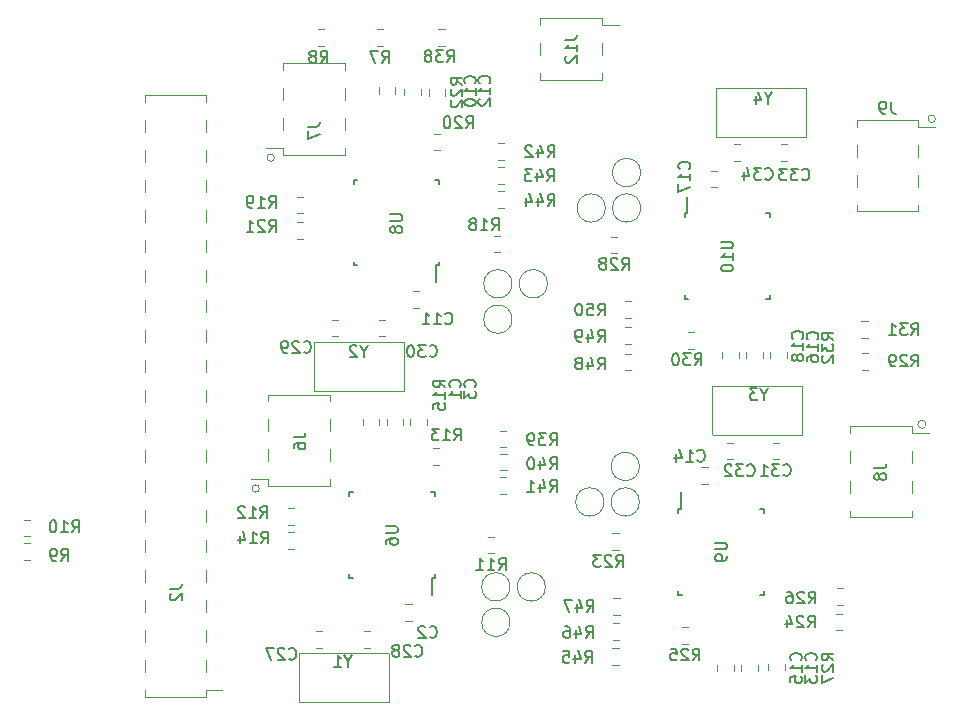
<source format=gbr>
G04 #@! TF.GenerationSoftware,KiCad,Pcbnew,(5.1.4)-1*
G04 #@! TF.CreationDate,2020-03-01T22:40:11-05:00*
G04 #@! TF.ProjectId,FPVRaceTimer,46505652-6163-4655-9469-6d65722e6b69,rev?*
G04 #@! TF.SameCoordinates,Original*
G04 #@! TF.FileFunction,Legend,Bot*
G04 #@! TF.FilePolarity,Positive*
%FSLAX46Y46*%
G04 Gerber Fmt 4.6, Leading zero omitted, Abs format (unit mm)*
G04 Created by KiCad (PCBNEW (5.1.4)-1) date 2020-03-01 22:40:11*
%MOMM*%
%LPD*%
G04 APERTURE LIST*
%ADD10C,0.120000*%
%ADD11C,0.150000*%
G04 APERTURE END LIST*
D10*
X103530635Y-108407200D02*
G75*
G03X103530635Y-108407200I-343135J0D01*
G01*
X104323047Y-82550000D02*
G75*
G03X104323047Y-82550000I-310047J0D01*
G01*
X48366847Y-85839300D02*
G75*
G03X48366847Y-85839300I-310047J0D01*
G01*
X47092129Y-113842800D02*
G75*
G03X47092129Y-113842800I-305329J0D01*
G01*
X59319160Y-105597960D02*
X59319160Y-101497960D01*
X51719160Y-105597960D02*
X59319160Y-105597960D01*
X51699160Y-101406960D02*
X51699160Y-105506960D01*
X59299160Y-101406960D02*
X51699160Y-101406960D01*
X58028840Y-131932680D02*
X58028840Y-127832680D01*
X50428840Y-131932680D02*
X58028840Y-131932680D01*
X50408840Y-127741680D02*
X50408840Y-131841680D01*
X58008840Y-127741680D02*
X50408840Y-127741680D01*
X85457400Y-105156000D02*
X85457400Y-109256000D01*
X93057400Y-105156000D02*
X85457400Y-105156000D01*
X93077400Y-109347000D02*
X93077400Y-105247000D01*
X85477400Y-109347000D02*
X93077400Y-109347000D01*
X85775800Y-79908400D02*
X85775800Y-84008400D01*
X93375800Y-79908400D02*
X85775800Y-79908400D01*
X93395800Y-84099400D02*
X93395800Y-79999400D01*
X85795800Y-84099400D02*
X93395800Y-84099400D01*
X57877640Y-108439958D02*
X57877640Y-107922802D01*
X59297640Y-108439958D02*
X59297640Y-107922802D01*
X59458661Y-125073480D02*
X59975817Y-125073480D01*
X59458661Y-123653480D02*
X59975817Y-123653480D01*
X59858840Y-108439958D02*
X59858840Y-107922802D01*
X61278840Y-108439958D02*
X61278840Y-107922802D01*
X60768300Y-80550278D02*
X60768300Y-80033122D01*
X59348300Y-80550278D02*
X59348300Y-80033122D01*
X60066422Y-97135880D02*
X60583578Y-97135880D01*
X60066422Y-98555880D02*
X60583578Y-98555880D01*
X62851100Y-80573138D02*
X62851100Y-80055982D01*
X61431100Y-80573138D02*
X61431100Y-80055982D01*
X89330600Y-128773422D02*
X89330600Y-129290578D01*
X87910600Y-128773422D02*
X87910600Y-129290578D01*
X85046078Y-112015200D02*
X84528922Y-112015200D01*
X85046078Y-113435200D02*
X84528922Y-113435200D01*
X85878600Y-128745722D02*
X85878600Y-129262878D01*
X87298600Y-128745722D02*
X87298600Y-129262878D01*
X88291600Y-102306622D02*
X88291600Y-102823778D01*
X89711600Y-102306622D02*
X89711600Y-102823778D01*
X85828878Y-88340000D02*
X85311722Y-88340000D01*
X85828878Y-86920000D02*
X85311722Y-86920000D01*
X87679600Y-102306622D02*
X87679600Y-102823778D01*
X86259600Y-102306622D02*
X86259600Y-102823778D01*
X57049928Y-76394380D02*
X57572432Y-76394380D01*
X57049928Y-74974380D02*
X57572432Y-74974380D01*
X52554772Y-76396920D02*
X52032268Y-76396920D01*
X52554772Y-74976920D02*
X52032268Y-74976920D01*
X27702252Y-118466800D02*
X27179748Y-118466800D01*
X27702252Y-119886800D02*
X27179748Y-119886800D01*
X27651452Y-117905600D02*
X27128948Y-117905600D01*
X27651452Y-116485600D02*
X27128948Y-116485600D01*
X66463388Y-117913080D02*
X66985892Y-117913080D01*
X66463388Y-119333080D02*
X66985892Y-119333080D01*
X50009692Y-115525480D02*
X49487188Y-115525480D01*
X50009692Y-116945480D02*
X49487188Y-116945480D01*
X62303292Y-110394680D02*
X61780788Y-110394680D01*
X62303292Y-111814680D02*
X61780788Y-111814680D01*
X50009692Y-118977480D02*
X49487188Y-118977480D01*
X50009692Y-117557480D02*
X49487188Y-117557480D01*
X55845640Y-108479332D02*
X55845640Y-107956828D01*
X57265640Y-108479332D02*
X57265640Y-107956828D01*
X66956148Y-93851800D02*
X67478652Y-93851800D01*
X66956148Y-92431800D02*
X67478652Y-92431800D01*
X50769152Y-90549800D02*
X50246648Y-90549800D01*
X50769152Y-89129800D02*
X50246648Y-89129800D01*
X62380652Y-85215800D02*
X61858148Y-85215800D01*
X62380652Y-83795800D02*
X61858148Y-83795800D01*
X50778152Y-91288800D02*
X50255648Y-91288800D01*
X50778152Y-92708800D02*
X50255648Y-92708800D01*
X58609300Y-80410952D02*
X58609300Y-79888448D01*
X57189300Y-80410952D02*
X57189300Y-79888448D01*
X77512812Y-117638760D02*
X76990308Y-117638760D01*
X77512812Y-119058760D02*
X76990308Y-119058760D01*
X95924628Y-125865960D02*
X96447132Y-125865960D01*
X95924628Y-124445960D02*
X96447132Y-124445960D01*
X82872948Y-126998800D02*
X83395452Y-126998800D01*
X82872948Y-125578800D02*
X83395452Y-125578800D01*
X95974268Y-122256480D02*
X96496772Y-122256480D01*
X95974268Y-123676480D02*
X96496772Y-123676480D01*
X91565800Y-128719948D02*
X91565800Y-129242452D01*
X90145800Y-128719948D02*
X90145800Y-129242452D01*
X77375652Y-92508000D02*
X76853148Y-92508000D01*
X77375652Y-93928000D02*
X76853148Y-93928000D01*
X98112948Y-103808600D02*
X98635452Y-103808600D01*
X98112948Y-102388600D02*
X98635452Y-102388600D01*
X83406348Y-100585200D02*
X83928852Y-100585200D01*
X83406348Y-102005200D02*
X83928852Y-102005200D01*
X98071148Y-99683500D02*
X98593652Y-99683500D01*
X98071148Y-101103500D02*
X98593652Y-101103500D01*
X90323600Y-102312948D02*
X90323600Y-102835452D01*
X91743600Y-102312948D02*
X91743600Y-102835452D01*
X68317640Y-122173480D02*
G75*
G03X68317640Y-122173480I-1200000J0D01*
G01*
X68317640Y-125173480D02*
G75*
G03X68317640Y-125173480I-1200000J0D01*
G01*
X68489400Y-96510800D02*
G75*
G03X68489400Y-96510800I-1200000J0D01*
G01*
X68489400Y-99510800D02*
G75*
G03X68489400Y-99510800I-1200000J0D01*
G01*
X79274600Y-114978400D02*
G75*
G03X79274600Y-114978400I-1200000J0D01*
G01*
X79274600Y-111978400D02*
G75*
G03X79274600Y-111978400I-1200000J0D01*
G01*
X79385600Y-90093200D02*
G75*
G03X79385600Y-90093200I-1200000J0D01*
G01*
X79385600Y-87093200D02*
G75*
G03X79385600Y-87093200I-1200000J0D01*
G01*
D11*
X61942239Y-121428479D02*
X61717239Y-121428479D01*
X61942239Y-114178479D02*
X61617239Y-114178479D01*
X54692239Y-114178479D02*
X55017239Y-114178479D01*
X54692239Y-121428479D02*
X55017239Y-121428479D01*
X61942239Y-121428479D02*
X61942239Y-121103479D01*
X54692239Y-121428479D02*
X54692239Y-121103479D01*
X54692239Y-114178479D02*
X54692239Y-114503479D01*
X61942239Y-114178479D02*
X61942239Y-114503479D01*
X61717239Y-121428479D02*
X61717239Y-122853479D01*
X62091399Y-94961679D02*
X62091399Y-96386679D01*
X62316399Y-87711679D02*
X62316399Y-88036679D01*
X55066399Y-87711679D02*
X55066399Y-88036679D01*
X55066399Y-94961679D02*
X55066399Y-94636679D01*
X62316399Y-94961679D02*
X62316399Y-94636679D01*
X55066399Y-94961679D02*
X55391399Y-94961679D01*
X55066399Y-87711679D02*
X55391399Y-87711679D01*
X62316399Y-87711679D02*
X61991399Y-87711679D01*
X62316399Y-94961679D02*
X62091399Y-94961679D01*
X82531401Y-115584001D02*
X82756401Y-115584001D01*
X82531401Y-122834001D02*
X82856401Y-122834001D01*
X89781401Y-122834001D02*
X89456401Y-122834001D01*
X89781401Y-115584001D02*
X89456401Y-115584001D01*
X82531401Y-115584001D02*
X82531401Y-115909001D01*
X89781401Y-115584001D02*
X89781401Y-115909001D01*
X89781401Y-122834001D02*
X89781401Y-122509001D01*
X82531401Y-122834001D02*
X82531401Y-122509001D01*
X82756401Y-115584001D02*
X82756401Y-114159001D01*
X83315600Y-90558200D02*
X83315600Y-89133200D01*
X83090600Y-97808200D02*
X83090600Y-97483200D01*
X90340600Y-97808200D02*
X90340600Y-97483200D01*
X90340600Y-90558200D02*
X90340600Y-90883200D01*
X83090600Y-90558200D02*
X83090600Y-90883200D01*
X90340600Y-90558200D02*
X90015600Y-90558200D01*
X90340600Y-97808200D02*
X90015600Y-97808200D01*
X83090600Y-97808200D02*
X83415600Y-97808200D01*
X83090600Y-90558200D02*
X83315600Y-90558200D01*
D10*
X37400000Y-131460000D02*
X42600000Y-131460000D01*
X42600000Y-131460000D02*
X42600000Y-130890000D01*
X42600000Y-129370000D02*
X42600000Y-128350000D01*
X42600000Y-126830000D02*
X42600000Y-125810000D01*
X42600000Y-124290000D02*
X42600000Y-123270000D01*
X42600000Y-121750000D02*
X42600000Y-120730000D01*
X42600000Y-119210000D02*
X42600000Y-118190000D01*
X42600000Y-116670000D02*
X42600000Y-115650000D01*
X42600000Y-114130000D02*
X42600000Y-113110000D01*
X42600000Y-111590000D02*
X42600000Y-110570000D01*
X42600000Y-109050000D02*
X42600000Y-108030000D01*
X42600000Y-106510000D02*
X42600000Y-105490000D01*
X42600000Y-103970000D02*
X42600000Y-102950000D01*
X42600000Y-101430000D02*
X42600000Y-100410000D01*
X42600000Y-98890000D02*
X42600000Y-97870000D01*
X42600000Y-96350000D02*
X42600000Y-95330000D01*
X42600000Y-93810000D02*
X42600000Y-92790000D01*
X42600000Y-91270000D02*
X42600000Y-90250000D01*
X42600000Y-88730000D02*
X42600000Y-87710000D01*
X42600000Y-86190000D02*
X42600000Y-85170000D01*
X42600000Y-83650000D02*
X42600000Y-82630000D01*
X42600000Y-81110000D02*
X42600000Y-80540000D01*
X37400000Y-80540000D02*
X42600000Y-80540000D01*
X37400000Y-131460000D02*
X37400000Y-130890000D01*
X37400000Y-129370000D02*
X37400000Y-128350000D01*
X37400000Y-126830000D02*
X37400000Y-125810000D01*
X37400000Y-124290000D02*
X37400000Y-123270000D01*
X37400000Y-121750000D02*
X37400000Y-120730000D01*
X37400000Y-119210000D02*
X37400000Y-118190000D01*
X37400000Y-116670000D02*
X37400000Y-115650000D01*
X37400000Y-114130000D02*
X37400000Y-113110000D01*
X37400000Y-111590000D02*
X37400000Y-110570000D01*
X37400000Y-109050000D02*
X37400000Y-108030000D01*
X37400000Y-106510000D02*
X37400000Y-105490000D01*
X37400000Y-103970000D02*
X37400000Y-102950000D01*
X37400000Y-101430000D02*
X37400000Y-100410000D01*
X37400000Y-98890000D02*
X37400000Y-97870000D01*
X37400000Y-96350000D02*
X37400000Y-95330000D01*
X37400000Y-93810000D02*
X37400000Y-92790000D01*
X37400000Y-91270000D02*
X37400000Y-90250000D01*
X37400000Y-88730000D02*
X37400000Y-87710000D01*
X37400000Y-86190000D02*
X37400000Y-85170000D01*
X37400000Y-83650000D02*
X37400000Y-82630000D01*
X37400000Y-81110000D02*
X37400000Y-80540000D01*
X42600000Y-130890000D02*
X43960000Y-130890000D01*
X62778272Y-76351200D02*
X62255768Y-76351200D01*
X62778272Y-74931200D02*
X62255768Y-74931200D01*
X67466688Y-110354180D02*
X67989192Y-110354180D01*
X67466688Y-108934180D02*
X67989192Y-108934180D01*
X67499488Y-110889980D02*
X68021992Y-110889980D01*
X67499488Y-112309980D02*
X68021992Y-112309980D01*
X67492088Y-114278480D02*
X68014592Y-114278480D01*
X67492088Y-112858480D02*
X68014592Y-112858480D01*
X67268348Y-84595900D02*
X67790852Y-84595900D01*
X67268348Y-86015900D02*
X67790852Y-86015900D01*
X67268348Y-88047900D02*
X67790852Y-88047900D01*
X67268348Y-86627900D02*
X67790852Y-86627900D01*
X67286348Y-88659900D02*
X67808852Y-88659900D01*
X67286348Y-90079900D02*
X67808852Y-90079900D01*
X77502652Y-127387280D02*
X76980148Y-127387280D01*
X77502652Y-128807280D02*
X76980148Y-128807280D01*
X77558532Y-125253680D02*
X77036028Y-125253680D01*
X77558532Y-126673680D02*
X77036028Y-126673680D01*
X77599172Y-123130240D02*
X77076668Y-123130240D01*
X77599172Y-124550240D02*
X77076668Y-124550240D01*
X78594852Y-103834000D02*
X78072348Y-103834000D01*
X78594852Y-102414000D02*
X78072348Y-102414000D01*
X78594852Y-100178800D02*
X78072348Y-100178800D01*
X78594852Y-101598800D02*
X78072348Y-101598800D01*
X78594852Y-99414400D02*
X78072348Y-99414400D01*
X78594852Y-97994400D02*
X78072348Y-97994400D01*
X71317640Y-122173480D02*
G75*
G03X71317640Y-122173480I-1200000J0D01*
G01*
X71489400Y-96510800D02*
G75*
G03X71489400Y-96510800I-1200000J0D01*
G01*
X76274600Y-114978400D02*
G75*
G03X76274600Y-114978400I-1200000J0D01*
G01*
X76385600Y-90093200D02*
G75*
G03X76385600Y-90093200I-1200000J0D01*
G01*
X52406292Y-127308680D02*
X51883788Y-127308680D01*
X52406292Y-125888680D02*
X51883788Y-125888680D01*
X55938788Y-125888680D02*
X56461292Y-125888680D01*
X55938788Y-127308680D02*
X56461292Y-127308680D01*
X53749732Y-99548880D02*
X53227228Y-99548880D01*
X53749732Y-100968880D02*
X53227228Y-100968880D01*
X57213868Y-100968880D02*
X57736372Y-100968880D01*
X57213868Y-99548880D02*
X57736372Y-99548880D01*
X90560148Y-111377800D02*
X91082652Y-111377800D01*
X90560148Y-109957800D02*
X91082652Y-109957800D01*
X87189052Y-111377800D02*
X86666548Y-111377800D01*
X87189052Y-109957800D02*
X86666548Y-109957800D01*
X91238548Y-84659400D02*
X91761052Y-84659400D01*
X91238548Y-86079400D02*
X91761052Y-86079400D01*
X87806052Y-84659400D02*
X87283548Y-84659400D01*
X87806052Y-86079400D02*
X87283548Y-86079400D01*
X76094900Y-74016560D02*
X70894900Y-74016560D01*
X76094900Y-79216560D02*
X70894900Y-79216560D01*
X77534900Y-74586560D02*
X76094900Y-74586560D01*
X76094900Y-74016560D02*
X76094900Y-74586560D01*
X70894900Y-74016560D02*
X70894900Y-74586560D01*
X76094900Y-78646560D02*
X76094900Y-79216560D01*
X70894900Y-78646560D02*
X70894900Y-79216560D01*
X76094900Y-76106560D02*
X76094900Y-77126560D01*
X70894900Y-76106560D02*
X70894900Y-77126560D01*
X53064960Y-109013720D02*
X53064960Y-107993720D01*
X47864960Y-109013720D02*
X47864960Y-107993720D01*
X53064960Y-111553720D02*
X53064960Y-110533720D01*
X47864960Y-111553720D02*
X47864960Y-110533720D01*
X53064960Y-106473720D02*
X53064960Y-105903720D01*
X47864960Y-106473720D02*
X47864960Y-105903720D01*
X53064960Y-113643720D02*
X53064960Y-113073720D01*
X47864960Y-113643720D02*
X47864960Y-113073720D01*
X46424960Y-113073720D02*
X47864960Y-113073720D01*
X47864960Y-105903720D02*
X53064960Y-105903720D01*
X47864960Y-113643720D02*
X53064960Y-113643720D01*
X54314400Y-80951800D02*
X54314400Y-79931800D01*
X49114400Y-80951800D02*
X49114400Y-79931800D01*
X54314400Y-83491800D02*
X54314400Y-82471800D01*
X49114400Y-83491800D02*
X49114400Y-82471800D01*
X54314400Y-78411800D02*
X54314400Y-77841800D01*
X49114400Y-78411800D02*
X49114400Y-77841800D01*
X54314400Y-85581800D02*
X54314400Y-85011800D01*
X49114400Y-85581800D02*
X49114400Y-85011800D01*
X47674400Y-85011800D02*
X49114400Y-85011800D01*
X49114400Y-77841800D02*
X54314400Y-77841800D01*
X49114400Y-85581800D02*
X54314400Y-85581800D01*
X102310000Y-108537700D02*
X97110000Y-108537700D01*
X102310000Y-116277700D02*
X97110000Y-116277700D01*
X103750000Y-109107700D02*
X102310000Y-109107700D01*
X102310000Y-108537700D02*
X102310000Y-109107700D01*
X97110000Y-108537700D02*
X97110000Y-109107700D01*
X102310000Y-115707700D02*
X102310000Y-116277700D01*
X97110000Y-115707700D02*
X97110000Y-116277700D01*
X102310000Y-110627700D02*
X102310000Y-111647700D01*
X97110000Y-110627700D02*
X97110000Y-111647700D01*
X102310000Y-113167700D02*
X102310000Y-114187700D01*
X97110000Y-113167700D02*
X97110000Y-114187700D01*
X102853800Y-82642400D02*
X97653800Y-82642400D01*
X102853800Y-90382400D02*
X97653800Y-90382400D01*
X104293800Y-83212400D02*
X102853800Y-83212400D01*
X102853800Y-82642400D02*
X102853800Y-83212400D01*
X97653800Y-82642400D02*
X97653800Y-83212400D01*
X102853800Y-89812400D02*
X102853800Y-90382400D01*
X97653800Y-89812400D02*
X97653800Y-90382400D01*
X102853800Y-84732400D02*
X102853800Y-85752400D01*
X97653800Y-84732400D02*
X97653800Y-85752400D01*
X102853800Y-87272400D02*
X102853800Y-88292400D01*
X97653800Y-87272400D02*
X97653800Y-88292400D01*
D11*
X55937090Y-102249290D02*
X55937090Y-102725480D01*
X56270423Y-101725480D02*
X55937090Y-102249290D01*
X55603757Y-101725480D01*
X55318042Y-101820719D02*
X55270423Y-101773100D01*
X55175185Y-101725480D01*
X54937090Y-101725480D01*
X54841852Y-101773100D01*
X54794233Y-101820719D01*
X54746614Y-101915957D01*
X54746614Y-102011195D01*
X54794233Y-102154052D01*
X55365661Y-102725480D01*
X54746614Y-102725480D01*
X54616290Y-128462090D02*
X54616290Y-128938280D01*
X54949623Y-127938280D02*
X54616290Y-128462090D01*
X54282957Y-127938280D01*
X53425814Y-128938280D02*
X53997242Y-128938280D01*
X53711528Y-128938280D02*
X53711528Y-127938280D01*
X53806766Y-128081138D01*
X53902004Y-128176376D01*
X53997242Y-128223995D01*
X89820690Y-105894190D02*
X89820690Y-106370380D01*
X90154023Y-105370380D02*
X89820690Y-105894190D01*
X89487357Y-105370380D01*
X89249261Y-105370380D02*
X88630214Y-105370380D01*
X88963547Y-105751333D01*
X88820690Y-105751333D01*
X88725452Y-105798952D01*
X88677833Y-105846571D01*
X88630214Y-105941809D01*
X88630214Y-106179904D01*
X88677833Y-106275142D01*
X88725452Y-106322761D01*
X88820690Y-106370380D01*
X89106404Y-106370380D01*
X89201642Y-106322761D01*
X89249261Y-106275142D01*
X90201690Y-80811690D02*
X90201690Y-81287880D01*
X90535023Y-80287880D02*
X90201690Y-80811690D01*
X89868357Y-80287880D01*
X89106452Y-80621214D02*
X89106452Y-81287880D01*
X89344547Y-80240261D02*
X89582642Y-80954547D01*
X88963595Y-80954547D01*
X64060342Y-105243333D02*
X64107961Y-105195714D01*
X64155580Y-105052857D01*
X64155580Y-104957619D01*
X64107961Y-104814761D01*
X64012723Y-104719523D01*
X63917485Y-104671904D01*
X63727009Y-104624285D01*
X63584152Y-104624285D01*
X63393676Y-104671904D01*
X63298438Y-104719523D01*
X63203200Y-104814761D01*
X63155580Y-104957619D01*
X63155580Y-105052857D01*
X63203200Y-105195714D01*
X63250819Y-105243333D01*
X64155580Y-106195714D02*
X64155580Y-105624285D01*
X64155580Y-105910000D02*
X63155580Y-105910000D01*
X63298438Y-105814761D01*
X63393676Y-105719523D01*
X63441295Y-105624285D01*
X61507666Y-126404642D02*
X61555285Y-126452261D01*
X61698142Y-126499880D01*
X61793380Y-126499880D01*
X61936238Y-126452261D01*
X62031476Y-126357023D01*
X62079095Y-126261785D01*
X62126714Y-126071309D01*
X62126714Y-125928452D01*
X62079095Y-125737976D01*
X62031476Y-125642738D01*
X61936238Y-125547500D01*
X61793380Y-125499880D01*
X61698142Y-125499880D01*
X61555285Y-125547500D01*
X61507666Y-125595119D01*
X61126714Y-125595119D02*
X61079095Y-125547500D01*
X60983857Y-125499880D01*
X60745761Y-125499880D01*
X60650523Y-125547500D01*
X60602904Y-125595119D01*
X60555285Y-125690357D01*
X60555285Y-125785595D01*
X60602904Y-125928452D01*
X61174333Y-126499880D01*
X60555285Y-126499880D01*
X65330342Y-105243333D02*
X65377961Y-105195714D01*
X65425580Y-105052857D01*
X65425580Y-104957619D01*
X65377961Y-104814761D01*
X65282723Y-104719523D01*
X65187485Y-104671904D01*
X64997009Y-104624285D01*
X64854152Y-104624285D01*
X64663676Y-104671904D01*
X64568438Y-104719523D01*
X64473200Y-104814761D01*
X64425580Y-104957619D01*
X64425580Y-105052857D01*
X64473200Y-105195714D01*
X64520819Y-105243333D01*
X64425580Y-105576666D02*
X64425580Y-106195714D01*
X64806533Y-105862380D01*
X64806533Y-106005238D01*
X64854152Y-106100476D01*
X64901771Y-106148095D01*
X64997009Y-106195714D01*
X65235104Y-106195714D01*
X65330342Y-106148095D01*
X65377961Y-106100476D01*
X65425580Y-106005238D01*
X65425580Y-105719523D01*
X65377961Y-105624285D01*
X65330342Y-105576666D01*
X65330342Y-79544942D02*
X65377961Y-79497323D01*
X65425580Y-79354466D01*
X65425580Y-79259228D01*
X65377961Y-79116371D01*
X65282723Y-79021133D01*
X65187485Y-78973514D01*
X64997009Y-78925895D01*
X64854152Y-78925895D01*
X64663676Y-78973514D01*
X64568438Y-79021133D01*
X64473200Y-79116371D01*
X64425580Y-79259228D01*
X64425580Y-79354466D01*
X64473200Y-79497323D01*
X64520819Y-79544942D01*
X65425580Y-80497323D02*
X65425580Y-79925895D01*
X65425580Y-80211609D02*
X64425580Y-80211609D01*
X64568438Y-80116371D01*
X64663676Y-80021133D01*
X64711295Y-79925895D01*
X64425580Y-81116371D02*
X64425580Y-81211609D01*
X64473200Y-81306847D01*
X64520819Y-81354466D01*
X64616057Y-81402085D01*
X64806533Y-81449704D01*
X65044628Y-81449704D01*
X65235104Y-81402085D01*
X65330342Y-81354466D01*
X65377961Y-81306847D01*
X65425580Y-81211609D01*
X65425580Y-81116371D01*
X65377961Y-81021133D01*
X65330342Y-80973514D01*
X65235104Y-80925895D01*
X65044628Y-80878276D01*
X64806533Y-80878276D01*
X64616057Y-80925895D01*
X64520819Y-80973514D01*
X64473200Y-81021133D01*
X64425580Y-81116371D01*
X62822057Y-99853022D02*
X62869676Y-99900641D01*
X63012533Y-99948260D01*
X63107771Y-99948260D01*
X63250628Y-99900641D01*
X63345866Y-99805403D01*
X63393485Y-99710165D01*
X63441104Y-99519689D01*
X63441104Y-99376832D01*
X63393485Y-99186356D01*
X63345866Y-99091118D01*
X63250628Y-98995880D01*
X63107771Y-98948260D01*
X63012533Y-98948260D01*
X62869676Y-98995880D01*
X62822057Y-99043499D01*
X61869676Y-99948260D02*
X62441104Y-99948260D01*
X62155390Y-99948260D02*
X62155390Y-98948260D01*
X62250628Y-99091118D01*
X62345866Y-99186356D01*
X62441104Y-99233975D01*
X60917295Y-99948260D02*
X61488723Y-99948260D01*
X61203009Y-99948260D02*
X61203009Y-98948260D01*
X61298247Y-99091118D01*
X61393485Y-99186356D01*
X61488723Y-99233975D01*
X66549542Y-79519542D02*
X66597161Y-79471923D01*
X66644780Y-79329066D01*
X66644780Y-79233828D01*
X66597161Y-79090971D01*
X66501923Y-78995733D01*
X66406685Y-78948114D01*
X66216209Y-78900495D01*
X66073352Y-78900495D01*
X65882876Y-78948114D01*
X65787638Y-78995733D01*
X65692400Y-79090971D01*
X65644780Y-79233828D01*
X65644780Y-79329066D01*
X65692400Y-79471923D01*
X65740019Y-79519542D01*
X66644780Y-80471923D02*
X66644780Y-79900495D01*
X66644780Y-80186209D02*
X65644780Y-80186209D01*
X65787638Y-80090971D01*
X65882876Y-79995733D01*
X65930495Y-79900495D01*
X65740019Y-80852876D02*
X65692400Y-80900495D01*
X65644780Y-80995733D01*
X65644780Y-81233828D01*
X65692400Y-81329066D01*
X65740019Y-81376685D01*
X65835257Y-81424304D01*
X65930495Y-81424304D01*
X66073352Y-81376685D01*
X66644780Y-80805257D01*
X66644780Y-81424304D01*
X94210142Y-128389142D02*
X94257761Y-128341523D01*
X94305380Y-128198666D01*
X94305380Y-128103428D01*
X94257761Y-127960571D01*
X94162523Y-127865333D01*
X94067285Y-127817714D01*
X93876809Y-127770095D01*
X93733952Y-127770095D01*
X93543476Y-127817714D01*
X93448238Y-127865333D01*
X93353000Y-127960571D01*
X93305380Y-128103428D01*
X93305380Y-128198666D01*
X93353000Y-128341523D01*
X93400619Y-128389142D01*
X94305380Y-129341523D02*
X94305380Y-128770095D01*
X94305380Y-129055809D02*
X93305380Y-129055809D01*
X93448238Y-128960571D01*
X93543476Y-128865333D01*
X93591095Y-128770095D01*
X93305380Y-129674857D02*
X93305380Y-130293904D01*
X93686333Y-129960571D01*
X93686333Y-130103428D01*
X93733952Y-130198666D01*
X93781571Y-130246285D01*
X93876809Y-130293904D01*
X94114904Y-130293904D01*
X94210142Y-130246285D01*
X94257761Y-130198666D01*
X94305380Y-130103428D01*
X94305380Y-129817714D01*
X94257761Y-129722476D01*
X94210142Y-129674857D01*
X84183457Y-111469442D02*
X84231076Y-111517061D01*
X84373933Y-111564680D01*
X84469171Y-111564680D01*
X84612028Y-111517061D01*
X84707266Y-111421823D01*
X84754885Y-111326585D01*
X84802504Y-111136109D01*
X84802504Y-110993252D01*
X84754885Y-110802776D01*
X84707266Y-110707538D01*
X84612028Y-110612300D01*
X84469171Y-110564680D01*
X84373933Y-110564680D01*
X84231076Y-110612300D01*
X84183457Y-110659919D01*
X83231076Y-111564680D02*
X83802504Y-111564680D01*
X83516790Y-111564680D02*
X83516790Y-110564680D01*
X83612028Y-110707538D01*
X83707266Y-110802776D01*
X83802504Y-110850395D01*
X82373933Y-110898014D02*
X82373933Y-111564680D01*
X82612028Y-110517061D02*
X82850123Y-111231347D01*
X82231076Y-111231347D01*
X92940142Y-128389142D02*
X92987761Y-128341523D01*
X93035380Y-128198666D01*
X93035380Y-128103428D01*
X92987761Y-127960571D01*
X92892523Y-127865333D01*
X92797285Y-127817714D01*
X92606809Y-127770095D01*
X92463952Y-127770095D01*
X92273476Y-127817714D01*
X92178238Y-127865333D01*
X92083000Y-127960571D01*
X92035380Y-128103428D01*
X92035380Y-128198666D01*
X92083000Y-128341523D01*
X92130619Y-128389142D01*
X93035380Y-129341523D02*
X93035380Y-128770095D01*
X93035380Y-129055809D02*
X92035380Y-129055809D01*
X92178238Y-128960571D01*
X92273476Y-128865333D01*
X92321095Y-128770095D01*
X92035380Y-130246285D02*
X92035380Y-129770095D01*
X92511571Y-129722476D01*
X92463952Y-129770095D01*
X92416333Y-129865333D01*
X92416333Y-130103428D01*
X92463952Y-130198666D01*
X92511571Y-130246285D01*
X92606809Y-130293904D01*
X92844904Y-130293904D01*
X92940142Y-130246285D01*
X92987761Y-130198666D01*
X93035380Y-130103428D01*
X93035380Y-129865333D01*
X92987761Y-129770095D01*
X92940142Y-129722476D01*
X94337142Y-101211142D02*
X94384761Y-101163523D01*
X94432380Y-101020666D01*
X94432380Y-100925428D01*
X94384761Y-100782571D01*
X94289523Y-100687333D01*
X94194285Y-100639714D01*
X94003809Y-100592095D01*
X93860952Y-100592095D01*
X93670476Y-100639714D01*
X93575238Y-100687333D01*
X93480000Y-100782571D01*
X93432380Y-100925428D01*
X93432380Y-101020666D01*
X93480000Y-101163523D01*
X93527619Y-101211142D01*
X94432380Y-102163523D02*
X94432380Y-101592095D01*
X94432380Y-101877809D02*
X93432380Y-101877809D01*
X93575238Y-101782571D01*
X93670476Y-101687333D01*
X93718095Y-101592095D01*
X93432380Y-103020666D02*
X93432380Y-102830190D01*
X93480000Y-102734952D01*
X93527619Y-102687333D01*
X93670476Y-102592095D01*
X93860952Y-102544476D01*
X94241904Y-102544476D01*
X94337142Y-102592095D01*
X94384761Y-102639714D01*
X94432380Y-102734952D01*
X94432380Y-102925428D01*
X94384761Y-103020666D01*
X94337142Y-103068285D01*
X94241904Y-103115904D01*
X94003809Y-103115904D01*
X93908571Y-103068285D01*
X93860952Y-103020666D01*
X93813333Y-102925428D01*
X93813333Y-102734952D01*
X93860952Y-102639714D01*
X93908571Y-102592095D01*
X94003809Y-102544476D01*
X83478642Y-86796642D02*
X83526261Y-86749023D01*
X83573880Y-86606166D01*
X83573880Y-86510928D01*
X83526261Y-86368071D01*
X83431023Y-86272833D01*
X83335785Y-86225214D01*
X83145309Y-86177595D01*
X83002452Y-86177595D01*
X82811976Y-86225214D01*
X82716738Y-86272833D01*
X82621500Y-86368071D01*
X82573880Y-86510928D01*
X82573880Y-86606166D01*
X82621500Y-86749023D01*
X82669119Y-86796642D01*
X83573880Y-87749023D02*
X83573880Y-87177595D01*
X83573880Y-87463309D02*
X82573880Y-87463309D01*
X82716738Y-87368071D01*
X82811976Y-87272833D01*
X82859595Y-87177595D01*
X82573880Y-88082357D02*
X82573880Y-88749023D01*
X83573880Y-88320452D01*
X93067142Y-101147642D02*
X93114761Y-101100023D01*
X93162380Y-100957166D01*
X93162380Y-100861928D01*
X93114761Y-100719071D01*
X93019523Y-100623833D01*
X92924285Y-100576214D01*
X92733809Y-100528595D01*
X92590952Y-100528595D01*
X92400476Y-100576214D01*
X92305238Y-100623833D01*
X92210000Y-100719071D01*
X92162380Y-100861928D01*
X92162380Y-100957166D01*
X92210000Y-101100023D01*
X92257619Y-101147642D01*
X93162380Y-102100023D02*
X93162380Y-101528595D01*
X93162380Y-101814309D02*
X92162380Y-101814309D01*
X92305238Y-101719071D01*
X92400476Y-101623833D01*
X92448095Y-101528595D01*
X92590952Y-102671452D02*
X92543333Y-102576214D01*
X92495714Y-102528595D01*
X92400476Y-102480976D01*
X92352857Y-102480976D01*
X92257619Y-102528595D01*
X92210000Y-102576214D01*
X92162380Y-102671452D01*
X92162380Y-102861928D01*
X92210000Y-102957166D01*
X92257619Y-103004785D01*
X92352857Y-103052404D01*
X92400476Y-103052404D01*
X92495714Y-103004785D01*
X92543333Y-102957166D01*
X92590952Y-102861928D01*
X92590952Y-102671452D01*
X92638571Y-102576214D01*
X92686190Y-102528595D01*
X92781428Y-102480976D01*
X92971904Y-102480976D01*
X93067142Y-102528595D01*
X93114761Y-102576214D01*
X93162380Y-102671452D01*
X93162380Y-102861928D01*
X93114761Y-102957166D01*
X93067142Y-103004785D01*
X92971904Y-103052404D01*
X92781428Y-103052404D01*
X92686190Y-103004785D01*
X92638571Y-102957166D01*
X92590952Y-102861928D01*
X57477846Y-77786760D02*
X57811180Y-77310570D01*
X58049275Y-77786760D02*
X58049275Y-76786760D01*
X57668322Y-76786760D01*
X57573084Y-76834380D01*
X57525465Y-76881999D01*
X57477846Y-76977237D01*
X57477846Y-77120094D01*
X57525465Y-77215332D01*
X57573084Y-77262951D01*
X57668322Y-77310570D01*
X58049275Y-77310570D01*
X57144513Y-76786760D02*
X56477846Y-76786760D01*
X56906418Y-77786760D01*
X52287466Y-77795380D02*
X52620800Y-77319190D01*
X52858895Y-77795380D02*
X52858895Y-76795380D01*
X52477942Y-76795380D01*
X52382704Y-76843000D01*
X52335085Y-76890619D01*
X52287466Y-76985857D01*
X52287466Y-77128714D01*
X52335085Y-77223952D01*
X52382704Y-77271571D01*
X52477942Y-77319190D01*
X52858895Y-77319190D01*
X51716038Y-77223952D02*
X51811276Y-77176333D01*
X51858895Y-77128714D01*
X51906514Y-77033476D01*
X51906514Y-76985857D01*
X51858895Y-76890619D01*
X51811276Y-76843000D01*
X51716038Y-76795380D01*
X51525561Y-76795380D01*
X51430323Y-76843000D01*
X51382704Y-76890619D01*
X51335085Y-76985857D01*
X51335085Y-77033476D01*
X51382704Y-77128714D01*
X51430323Y-77176333D01*
X51525561Y-77223952D01*
X51716038Y-77223952D01*
X51811276Y-77271571D01*
X51858895Y-77319190D01*
X51906514Y-77414428D01*
X51906514Y-77604904D01*
X51858895Y-77700142D01*
X51811276Y-77747761D01*
X51716038Y-77795380D01*
X51525561Y-77795380D01*
X51430323Y-77747761D01*
X51382704Y-77700142D01*
X51335085Y-77604904D01*
X51335085Y-77414428D01*
X51382704Y-77319190D01*
X51430323Y-77271571D01*
X51525561Y-77223952D01*
X30329166Y-119959380D02*
X30662500Y-119483190D01*
X30900595Y-119959380D02*
X30900595Y-118959380D01*
X30519642Y-118959380D01*
X30424404Y-119007000D01*
X30376785Y-119054619D01*
X30329166Y-119149857D01*
X30329166Y-119292714D01*
X30376785Y-119387952D01*
X30424404Y-119435571D01*
X30519642Y-119483190D01*
X30900595Y-119483190D01*
X29852976Y-119959380D02*
X29662500Y-119959380D01*
X29567261Y-119911761D01*
X29519642Y-119864142D01*
X29424404Y-119721285D01*
X29376785Y-119530809D01*
X29376785Y-119149857D01*
X29424404Y-119054619D01*
X29472023Y-119007000D01*
X29567261Y-118959380D01*
X29757738Y-118959380D01*
X29852976Y-119007000D01*
X29900595Y-119054619D01*
X29948214Y-119149857D01*
X29948214Y-119387952D01*
X29900595Y-119483190D01*
X29852976Y-119530809D01*
X29757738Y-119578428D01*
X29567261Y-119578428D01*
X29472023Y-119530809D01*
X29424404Y-119483190D01*
X29376785Y-119387952D01*
X31249857Y-117546380D02*
X31583190Y-117070190D01*
X31821285Y-117546380D02*
X31821285Y-116546380D01*
X31440333Y-116546380D01*
X31345095Y-116594000D01*
X31297476Y-116641619D01*
X31249857Y-116736857D01*
X31249857Y-116879714D01*
X31297476Y-116974952D01*
X31345095Y-117022571D01*
X31440333Y-117070190D01*
X31821285Y-117070190D01*
X30297476Y-117546380D02*
X30868904Y-117546380D01*
X30583190Y-117546380D02*
X30583190Y-116546380D01*
X30678428Y-116689238D01*
X30773666Y-116784476D01*
X30868904Y-116832095D01*
X29678428Y-116546380D02*
X29583190Y-116546380D01*
X29487952Y-116594000D01*
X29440333Y-116641619D01*
X29392714Y-116736857D01*
X29345095Y-116927333D01*
X29345095Y-117165428D01*
X29392714Y-117355904D01*
X29440333Y-117451142D01*
X29487952Y-117498761D01*
X29583190Y-117546380D01*
X29678428Y-117546380D01*
X29773666Y-117498761D01*
X29821285Y-117451142D01*
X29868904Y-117355904D01*
X29916523Y-117165428D01*
X29916523Y-116927333D01*
X29868904Y-116736857D01*
X29821285Y-116641619D01*
X29773666Y-116594000D01*
X29678428Y-116546380D01*
X67367497Y-120725460D02*
X67700830Y-120249270D01*
X67938925Y-120725460D02*
X67938925Y-119725460D01*
X67557973Y-119725460D01*
X67462735Y-119773080D01*
X67415116Y-119820699D01*
X67367497Y-119915937D01*
X67367497Y-120058794D01*
X67415116Y-120154032D01*
X67462735Y-120201651D01*
X67557973Y-120249270D01*
X67938925Y-120249270D01*
X66415116Y-120725460D02*
X66986544Y-120725460D01*
X66700830Y-120725460D02*
X66700830Y-119725460D01*
X66796068Y-119868318D01*
X66891306Y-119963556D01*
X66986544Y-120011175D01*
X65462735Y-120725460D02*
X66034163Y-120725460D01*
X65748449Y-120725460D02*
X65748449Y-119725460D01*
X65843687Y-119868318D01*
X65938925Y-119963556D01*
X66034163Y-120011175D01*
X47188357Y-116339880D02*
X47521690Y-115863690D01*
X47759785Y-116339880D02*
X47759785Y-115339880D01*
X47378833Y-115339880D01*
X47283595Y-115387500D01*
X47235976Y-115435119D01*
X47188357Y-115530357D01*
X47188357Y-115673214D01*
X47235976Y-115768452D01*
X47283595Y-115816071D01*
X47378833Y-115863690D01*
X47759785Y-115863690D01*
X46235976Y-116339880D02*
X46807404Y-116339880D01*
X46521690Y-116339880D02*
X46521690Y-115339880D01*
X46616928Y-115482738D01*
X46712166Y-115577976D01*
X46807404Y-115625595D01*
X45855023Y-115435119D02*
X45807404Y-115387500D01*
X45712166Y-115339880D01*
X45474071Y-115339880D01*
X45378833Y-115387500D01*
X45331214Y-115435119D01*
X45283595Y-115530357D01*
X45283595Y-115625595D01*
X45331214Y-115768452D01*
X45902642Y-116339880D01*
X45283595Y-116339880D01*
X63584057Y-109773980D02*
X63917390Y-109297790D01*
X64155485Y-109773980D02*
X64155485Y-108773980D01*
X63774533Y-108773980D01*
X63679295Y-108821600D01*
X63631676Y-108869219D01*
X63584057Y-108964457D01*
X63584057Y-109107314D01*
X63631676Y-109202552D01*
X63679295Y-109250171D01*
X63774533Y-109297790D01*
X64155485Y-109297790D01*
X62631676Y-109773980D02*
X63203104Y-109773980D01*
X62917390Y-109773980D02*
X62917390Y-108773980D01*
X63012628Y-108916838D01*
X63107866Y-109012076D01*
X63203104Y-109059695D01*
X62298342Y-108773980D02*
X61679295Y-108773980D01*
X62012628Y-109154933D01*
X61869771Y-109154933D01*
X61774533Y-109202552D01*
X61726914Y-109250171D01*
X61679295Y-109345409D01*
X61679295Y-109583504D01*
X61726914Y-109678742D01*
X61774533Y-109726361D01*
X61869771Y-109773980D01*
X62155485Y-109773980D01*
X62250723Y-109726361D01*
X62298342Y-109678742D01*
X47251857Y-118498880D02*
X47585190Y-118022690D01*
X47823285Y-118498880D02*
X47823285Y-117498880D01*
X47442333Y-117498880D01*
X47347095Y-117546500D01*
X47299476Y-117594119D01*
X47251857Y-117689357D01*
X47251857Y-117832214D01*
X47299476Y-117927452D01*
X47347095Y-117975071D01*
X47442333Y-118022690D01*
X47823285Y-118022690D01*
X46299476Y-118498880D02*
X46870904Y-118498880D01*
X46585190Y-118498880D02*
X46585190Y-117498880D01*
X46680428Y-117641738D01*
X46775666Y-117736976D01*
X46870904Y-117784595D01*
X45442333Y-117832214D02*
X45442333Y-118498880D01*
X45680428Y-117451261D02*
X45918523Y-118165547D01*
X45299476Y-118165547D01*
X62834780Y-105275142D02*
X62358590Y-104941809D01*
X62834780Y-104703714D02*
X61834780Y-104703714D01*
X61834780Y-105084666D01*
X61882400Y-105179904D01*
X61930019Y-105227523D01*
X62025257Y-105275142D01*
X62168114Y-105275142D01*
X62263352Y-105227523D01*
X62310971Y-105179904D01*
X62358590Y-105084666D01*
X62358590Y-104703714D01*
X62834780Y-106227523D02*
X62834780Y-105656095D01*
X62834780Y-105941809D02*
X61834780Y-105941809D01*
X61977638Y-105846571D01*
X62072876Y-105751333D01*
X62120495Y-105656095D01*
X61834780Y-107132285D02*
X61834780Y-106656095D01*
X62310971Y-106608476D01*
X62263352Y-106656095D01*
X62215733Y-106751333D01*
X62215733Y-106989428D01*
X62263352Y-107084666D01*
X62310971Y-107132285D01*
X62406209Y-107179904D01*
X62644304Y-107179904D01*
X62739542Y-107132285D01*
X62787161Y-107084666D01*
X62834780Y-106989428D01*
X62834780Y-106751333D01*
X62787161Y-106656095D01*
X62739542Y-106608476D01*
X66784457Y-91968580D02*
X67117790Y-91492390D01*
X67355885Y-91968580D02*
X67355885Y-90968580D01*
X66974933Y-90968580D01*
X66879695Y-91016200D01*
X66832076Y-91063819D01*
X66784457Y-91159057D01*
X66784457Y-91301914D01*
X66832076Y-91397152D01*
X66879695Y-91444771D01*
X66974933Y-91492390D01*
X67355885Y-91492390D01*
X65832076Y-91968580D02*
X66403504Y-91968580D01*
X66117790Y-91968580D02*
X66117790Y-90968580D01*
X66213028Y-91111438D01*
X66308266Y-91206676D01*
X66403504Y-91254295D01*
X65260647Y-91397152D02*
X65355885Y-91349533D01*
X65403504Y-91301914D01*
X65451123Y-91206676D01*
X65451123Y-91159057D01*
X65403504Y-91063819D01*
X65355885Y-91016200D01*
X65260647Y-90968580D01*
X65070171Y-90968580D01*
X64974933Y-91016200D01*
X64927314Y-91063819D01*
X64879695Y-91159057D01*
X64879695Y-91206676D01*
X64927314Y-91301914D01*
X64974933Y-91349533D01*
X65070171Y-91397152D01*
X65260647Y-91397152D01*
X65355885Y-91444771D01*
X65403504Y-91492390D01*
X65451123Y-91587628D01*
X65451123Y-91778104D01*
X65403504Y-91873342D01*
X65355885Y-91920961D01*
X65260647Y-91968580D01*
X65070171Y-91968580D01*
X64974933Y-91920961D01*
X64927314Y-91873342D01*
X64879695Y-91778104D01*
X64879695Y-91587628D01*
X64927314Y-91492390D01*
X64974933Y-91444771D01*
X65070171Y-91397152D01*
X47912257Y-90063580D02*
X48245590Y-89587390D01*
X48483685Y-90063580D02*
X48483685Y-89063580D01*
X48102733Y-89063580D01*
X48007495Y-89111200D01*
X47959876Y-89158819D01*
X47912257Y-89254057D01*
X47912257Y-89396914D01*
X47959876Y-89492152D01*
X48007495Y-89539771D01*
X48102733Y-89587390D01*
X48483685Y-89587390D01*
X46959876Y-90063580D02*
X47531304Y-90063580D01*
X47245590Y-90063580D02*
X47245590Y-89063580D01*
X47340828Y-89206438D01*
X47436066Y-89301676D01*
X47531304Y-89349295D01*
X46483685Y-90063580D02*
X46293209Y-90063580D01*
X46197971Y-90015961D01*
X46150352Y-89968342D01*
X46055114Y-89825485D01*
X46007495Y-89635009D01*
X46007495Y-89254057D01*
X46055114Y-89158819D01*
X46102733Y-89111200D01*
X46197971Y-89063580D01*
X46388447Y-89063580D01*
X46483685Y-89111200D01*
X46531304Y-89158819D01*
X46578923Y-89254057D01*
X46578923Y-89492152D01*
X46531304Y-89587390D01*
X46483685Y-89635009D01*
X46388447Y-89682628D01*
X46197971Y-89682628D01*
X46102733Y-89635009D01*
X46055114Y-89587390D01*
X46007495Y-89492152D01*
X64600057Y-83332580D02*
X64933390Y-82856390D01*
X65171485Y-83332580D02*
X65171485Y-82332580D01*
X64790533Y-82332580D01*
X64695295Y-82380200D01*
X64647676Y-82427819D01*
X64600057Y-82523057D01*
X64600057Y-82665914D01*
X64647676Y-82761152D01*
X64695295Y-82808771D01*
X64790533Y-82856390D01*
X65171485Y-82856390D01*
X64219104Y-82427819D02*
X64171485Y-82380200D01*
X64076247Y-82332580D01*
X63838152Y-82332580D01*
X63742914Y-82380200D01*
X63695295Y-82427819D01*
X63647676Y-82523057D01*
X63647676Y-82618295D01*
X63695295Y-82761152D01*
X64266723Y-83332580D01*
X63647676Y-83332580D01*
X63028628Y-82332580D02*
X62933390Y-82332580D01*
X62838152Y-82380200D01*
X62790533Y-82427819D01*
X62742914Y-82523057D01*
X62695295Y-82713533D01*
X62695295Y-82951628D01*
X62742914Y-83142104D01*
X62790533Y-83237342D01*
X62838152Y-83284961D01*
X62933390Y-83332580D01*
X63028628Y-83332580D01*
X63123866Y-83284961D01*
X63171485Y-83237342D01*
X63219104Y-83142104D01*
X63266723Y-82951628D01*
X63266723Y-82713533D01*
X63219104Y-82523057D01*
X63171485Y-82427819D01*
X63123866Y-82380200D01*
X63028628Y-82332580D01*
X47912257Y-92095580D02*
X48245590Y-91619390D01*
X48483685Y-92095580D02*
X48483685Y-91095580D01*
X48102733Y-91095580D01*
X48007495Y-91143200D01*
X47959876Y-91190819D01*
X47912257Y-91286057D01*
X47912257Y-91428914D01*
X47959876Y-91524152D01*
X48007495Y-91571771D01*
X48102733Y-91619390D01*
X48483685Y-91619390D01*
X47531304Y-91190819D02*
X47483685Y-91143200D01*
X47388447Y-91095580D01*
X47150352Y-91095580D01*
X47055114Y-91143200D01*
X47007495Y-91190819D01*
X46959876Y-91286057D01*
X46959876Y-91381295D01*
X47007495Y-91524152D01*
X47578923Y-92095580D01*
X46959876Y-92095580D01*
X46007495Y-92095580D02*
X46578923Y-92095580D01*
X46293209Y-92095580D02*
X46293209Y-91095580D01*
X46388447Y-91238438D01*
X46483685Y-91333676D01*
X46578923Y-91381295D01*
X64282580Y-79646542D02*
X63806390Y-79313209D01*
X64282580Y-79075114D02*
X63282580Y-79075114D01*
X63282580Y-79456066D01*
X63330200Y-79551304D01*
X63377819Y-79598923D01*
X63473057Y-79646542D01*
X63615914Y-79646542D01*
X63711152Y-79598923D01*
X63758771Y-79551304D01*
X63806390Y-79456066D01*
X63806390Y-79075114D01*
X63377819Y-80027495D02*
X63330200Y-80075114D01*
X63282580Y-80170352D01*
X63282580Y-80408447D01*
X63330200Y-80503685D01*
X63377819Y-80551304D01*
X63473057Y-80598923D01*
X63568295Y-80598923D01*
X63711152Y-80551304D01*
X64282580Y-79979876D01*
X64282580Y-80598923D01*
X63377819Y-80979876D02*
X63330200Y-81027495D01*
X63282580Y-81122733D01*
X63282580Y-81360828D01*
X63330200Y-81456066D01*
X63377819Y-81503685D01*
X63473057Y-81551304D01*
X63568295Y-81551304D01*
X63711152Y-81503685D01*
X64282580Y-80932257D01*
X64282580Y-81551304D01*
X77287357Y-120467380D02*
X77620690Y-119991190D01*
X77858785Y-120467380D02*
X77858785Y-119467380D01*
X77477833Y-119467380D01*
X77382595Y-119515000D01*
X77334976Y-119562619D01*
X77287357Y-119657857D01*
X77287357Y-119800714D01*
X77334976Y-119895952D01*
X77382595Y-119943571D01*
X77477833Y-119991190D01*
X77858785Y-119991190D01*
X76906404Y-119562619D02*
X76858785Y-119515000D01*
X76763547Y-119467380D01*
X76525452Y-119467380D01*
X76430214Y-119515000D01*
X76382595Y-119562619D01*
X76334976Y-119657857D01*
X76334976Y-119753095D01*
X76382595Y-119895952D01*
X76954023Y-120467380D01*
X76334976Y-120467380D01*
X76001642Y-119467380D02*
X75382595Y-119467380D01*
X75715928Y-119848333D01*
X75573071Y-119848333D01*
X75477833Y-119895952D01*
X75430214Y-119943571D01*
X75382595Y-120038809D01*
X75382595Y-120276904D01*
X75430214Y-120372142D01*
X75477833Y-120419761D01*
X75573071Y-120467380D01*
X75858785Y-120467380D01*
X75954023Y-120419761D01*
X76001642Y-120372142D01*
X93543357Y-125610880D02*
X93876690Y-125134690D01*
X94114785Y-125610880D02*
X94114785Y-124610880D01*
X93733833Y-124610880D01*
X93638595Y-124658500D01*
X93590976Y-124706119D01*
X93543357Y-124801357D01*
X93543357Y-124944214D01*
X93590976Y-125039452D01*
X93638595Y-125087071D01*
X93733833Y-125134690D01*
X94114785Y-125134690D01*
X93162404Y-124706119D02*
X93114785Y-124658500D01*
X93019547Y-124610880D01*
X92781452Y-124610880D01*
X92686214Y-124658500D01*
X92638595Y-124706119D01*
X92590976Y-124801357D01*
X92590976Y-124896595D01*
X92638595Y-125039452D01*
X93210023Y-125610880D01*
X92590976Y-125610880D01*
X91733833Y-124944214D02*
X91733833Y-125610880D01*
X91971928Y-124563261D02*
X92210023Y-125277547D01*
X91590976Y-125277547D01*
X83777057Y-128391180D02*
X84110390Y-127914990D01*
X84348485Y-128391180D02*
X84348485Y-127391180D01*
X83967533Y-127391180D01*
X83872295Y-127438800D01*
X83824676Y-127486419D01*
X83777057Y-127581657D01*
X83777057Y-127724514D01*
X83824676Y-127819752D01*
X83872295Y-127867371D01*
X83967533Y-127914990D01*
X84348485Y-127914990D01*
X83396104Y-127486419D02*
X83348485Y-127438800D01*
X83253247Y-127391180D01*
X83015152Y-127391180D01*
X82919914Y-127438800D01*
X82872295Y-127486419D01*
X82824676Y-127581657D01*
X82824676Y-127676895D01*
X82872295Y-127819752D01*
X83443723Y-128391180D01*
X82824676Y-128391180D01*
X81919914Y-127391180D02*
X82396104Y-127391180D01*
X82443723Y-127867371D01*
X82396104Y-127819752D01*
X82300866Y-127772133D01*
X82062771Y-127772133D01*
X81967533Y-127819752D01*
X81919914Y-127867371D01*
X81872295Y-127962609D01*
X81872295Y-128200704D01*
X81919914Y-128295942D01*
X81967533Y-128343561D01*
X82062771Y-128391180D01*
X82300866Y-128391180D01*
X82396104Y-128343561D01*
X82443723Y-128295942D01*
X93606857Y-123578880D02*
X93940190Y-123102690D01*
X94178285Y-123578880D02*
X94178285Y-122578880D01*
X93797333Y-122578880D01*
X93702095Y-122626500D01*
X93654476Y-122674119D01*
X93606857Y-122769357D01*
X93606857Y-122912214D01*
X93654476Y-123007452D01*
X93702095Y-123055071D01*
X93797333Y-123102690D01*
X94178285Y-123102690D01*
X93225904Y-122674119D02*
X93178285Y-122626500D01*
X93083047Y-122578880D01*
X92844952Y-122578880D01*
X92749714Y-122626500D01*
X92702095Y-122674119D01*
X92654476Y-122769357D01*
X92654476Y-122864595D01*
X92702095Y-123007452D01*
X93273523Y-123578880D01*
X92654476Y-123578880D01*
X91797333Y-122578880D02*
X91987809Y-122578880D01*
X92083047Y-122626500D01*
X92130666Y-122674119D01*
X92225904Y-122816976D01*
X92273523Y-123007452D01*
X92273523Y-123388404D01*
X92225904Y-123483642D01*
X92178285Y-123531261D01*
X92083047Y-123578880D01*
X91892571Y-123578880D01*
X91797333Y-123531261D01*
X91749714Y-123483642D01*
X91702095Y-123388404D01*
X91702095Y-123150309D01*
X91749714Y-123055071D01*
X91797333Y-123007452D01*
X91892571Y-122959833D01*
X92083047Y-122959833D01*
X92178285Y-123007452D01*
X92225904Y-123055071D01*
X92273523Y-123150309D01*
X95702380Y-128389142D02*
X95226190Y-128055809D01*
X95702380Y-127817714D02*
X94702380Y-127817714D01*
X94702380Y-128198666D01*
X94750000Y-128293904D01*
X94797619Y-128341523D01*
X94892857Y-128389142D01*
X95035714Y-128389142D01*
X95130952Y-128341523D01*
X95178571Y-128293904D01*
X95226190Y-128198666D01*
X95226190Y-127817714D01*
X94797619Y-128770095D02*
X94750000Y-128817714D01*
X94702380Y-128912952D01*
X94702380Y-129151047D01*
X94750000Y-129246285D01*
X94797619Y-129293904D01*
X94892857Y-129341523D01*
X94988095Y-129341523D01*
X95130952Y-129293904D01*
X95702380Y-128722476D01*
X95702380Y-129341523D01*
X94702380Y-129674857D02*
X94702380Y-130341523D01*
X95702380Y-129912952D01*
X77795357Y-95321380D02*
X78128690Y-94845190D01*
X78366785Y-95321380D02*
X78366785Y-94321380D01*
X77985833Y-94321380D01*
X77890595Y-94369000D01*
X77842976Y-94416619D01*
X77795357Y-94511857D01*
X77795357Y-94654714D01*
X77842976Y-94749952D01*
X77890595Y-94797571D01*
X77985833Y-94845190D01*
X78366785Y-94845190D01*
X77414404Y-94416619D02*
X77366785Y-94369000D01*
X77271547Y-94321380D01*
X77033452Y-94321380D01*
X76938214Y-94369000D01*
X76890595Y-94416619D01*
X76842976Y-94511857D01*
X76842976Y-94607095D01*
X76890595Y-94749952D01*
X77462023Y-95321380D01*
X76842976Y-95321380D01*
X76271547Y-94749952D02*
X76366785Y-94702333D01*
X76414404Y-94654714D01*
X76462023Y-94559476D01*
X76462023Y-94511857D01*
X76414404Y-94416619D01*
X76366785Y-94369000D01*
X76271547Y-94321380D01*
X76081071Y-94321380D01*
X75985833Y-94369000D01*
X75938214Y-94416619D01*
X75890595Y-94511857D01*
X75890595Y-94559476D01*
X75938214Y-94654714D01*
X75985833Y-94702333D01*
X76081071Y-94749952D01*
X76271547Y-94749952D01*
X76366785Y-94797571D01*
X76414404Y-94845190D01*
X76462023Y-94940428D01*
X76462023Y-95130904D01*
X76414404Y-95226142D01*
X76366785Y-95273761D01*
X76271547Y-95321380D01*
X76081071Y-95321380D01*
X75985833Y-95273761D01*
X75938214Y-95226142D01*
X75890595Y-95130904D01*
X75890595Y-94940428D01*
X75938214Y-94845190D01*
X75985833Y-94797571D01*
X76081071Y-94749952D01*
X102306357Y-103512880D02*
X102639690Y-103036690D01*
X102877785Y-103512880D02*
X102877785Y-102512880D01*
X102496833Y-102512880D01*
X102401595Y-102560500D01*
X102353976Y-102608119D01*
X102306357Y-102703357D01*
X102306357Y-102846214D01*
X102353976Y-102941452D01*
X102401595Y-102989071D01*
X102496833Y-103036690D01*
X102877785Y-103036690D01*
X101925404Y-102608119D02*
X101877785Y-102560500D01*
X101782547Y-102512880D01*
X101544452Y-102512880D01*
X101449214Y-102560500D01*
X101401595Y-102608119D01*
X101353976Y-102703357D01*
X101353976Y-102798595D01*
X101401595Y-102941452D01*
X101973023Y-103512880D01*
X101353976Y-103512880D01*
X100877785Y-103512880D02*
X100687309Y-103512880D01*
X100592071Y-103465261D01*
X100544452Y-103417642D01*
X100449214Y-103274785D01*
X100401595Y-103084309D01*
X100401595Y-102703357D01*
X100449214Y-102608119D01*
X100496833Y-102560500D01*
X100592071Y-102512880D01*
X100782547Y-102512880D01*
X100877785Y-102560500D01*
X100925404Y-102608119D01*
X100973023Y-102703357D01*
X100973023Y-102941452D01*
X100925404Y-103036690D01*
X100877785Y-103084309D01*
X100782547Y-103131928D01*
X100592071Y-103131928D01*
X100496833Y-103084309D01*
X100449214Y-103036690D01*
X100401595Y-102941452D01*
X83954857Y-103397580D02*
X84288190Y-102921390D01*
X84526285Y-103397580D02*
X84526285Y-102397580D01*
X84145333Y-102397580D01*
X84050095Y-102445200D01*
X84002476Y-102492819D01*
X83954857Y-102588057D01*
X83954857Y-102730914D01*
X84002476Y-102826152D01*
X84050095Y-102873771D01*
X84145333Y-102921390D01*
X84526285Y-102921390D01*
X83621523Y-102397580D02*
X83002476Y-102397580D01*
X83335809Y-102778533D01*
X83192952Y-102778533D01*
X83097714Y-102826152D01*
X83050095Y-102873771D01*
X83002476Y-102969009D01*
X83002476Y-103207104D01*
X83050095Y-103302342D01*
X83097714Y-103349961D01*
X83192952Y-103397580D01*
X83478666Y-103397580D01*
X83573904Y-103349961D01*
X83621523Y-103302342D01*
X82383428Y-102397580D02*
X82288190Y-102397580D01*
X82192952Y-102445200D01*
X82145333Y-102492819D01*
X82097714Y-102588057D01*
X82050095Y-102778533D01*
X82050095Y-103016628D01*
X82097714Y-103207104D01*
X82145333Y-103302342D01*
X82192952Y-103349961D01*
X82288190Y-103397580D01*
X82383428Y-103397580D01*
X82478666Y-103349961D01*
X82526285Y-103302342D01*
X82573904Y-103207104D01*
X82621523Y-103016628D01*
X82621523Y-102778533D01*
X82573904Y-102588057D01*
X82526285Y-102492819D01*
X82478666Y-102445200D01*
X82383428Y-102397580D01*
X102306357Y-100845880D02*
X102639690Y-100369690D01*
X102877785Y-100845880D02*
X102877785Y-99845880D01*
X102496833Y-99845880D01*
X102401595Y-99893500D01*
X102353976Y-99941119D01*
X102306357Y-100036357D01*
X102306357Y-100179214D01*
X102353976Y-100274452D01*
X102401595Y-100322071D01*
X102496833Y-100369690D01*
X102877785Y-100369690D01*
X101973023Y-99845880D02*
X101353976Y-99845880D01*
X101687309Y-100226833D01*
X101544452Y-100226833D01*
X101449214Y-100274452D01*
X101401595Y-100322071D01*
X101353976Y-100417309D01*
X101353976Y-100655404D01*
X101401595Y-100750642D01*
X101449214Y-100798261D01*
X101544452Y-100845880D01*
X101830166Y-100845880D01*
X101925404Y-100798261D01*
X101973023Y-100750642D01*
X100401595Y-100845880D02*
X100973023Y-100845880D01*
X100687309Y-100845880D02*
X100687309Y-99845880D01*
X100782547Y-99988738D01*
X100877785Y-100083976D01*
X100973023Y-100131595D01*
X95702380Y-101274642D02*
X95226190Y-100941309D01*
X95702380Y-100703214D02*
X94702380Y-100703214D01*
X94702380Y-101084166D01*
X94750000Y-101179404D01*
X94797619Y-101227023D01*
X94892857Y-101274642D01*
X95035714Y-101274642D01*
X95130952Y-101227023D01*
X95178571Y-101179404D01*
X95226190Y-101084166D01*
X95226190Y-100703214D01*
X94702380Y-101607976D02*
X94702380Y-102227023D01*
X95083333Y-101893690D01*
X95083333Y-102036547D01*
X95130952Y-102131785D01*
X95178571Y-102179404D01*
X95273809Y-102227023D01*
X95511904Y-102227023D01*
X95607142Y-102179404D01*
X95654761Y-102131785D01*
X95702380Y-102036547D01*
X95702380Y-101750833D01*
X95654761Y-101655595D01*
X95607142Y-101607976D01*
X94797619Y-102607976D02*
X94750000Y-102655595D01*
X94702380Y-102750833D01*
X94702380Y-102988928D01*
X94750000Y-103084166D01*
X94797619Y-103131785D01*
X94892857Y-103179404D01*
X94988095Y-103179404D01*
X95130952Y-103131785D01*
X95702380Y-102560357D01*
X95702380Y-103179404D01*
X57808880Y-117041574D02*
X58618404Y-117041574D01*
X58713642Y-117089193D01*
X58761261Y-117136812D01*
X58808880Y-117232050D01*
X58808880Y-117422526D01*
X58761261Y-117517764D01*
X58713642Y-117565383D01*
X58618404Y-117613002D01*
X57808880Y-117613002D01*
X57808880Y-118517764D02*
X57808880Y-118327288D01*
X57856500Y-118232050D01*
X57904119Y-118184431D01*
X58046976Y-118089193D01*
X58237452Y-118041574D01*
X58618404Y-118041574D01*
X58713642Y-118089193D01*
X58761261Y-118136812D01*
X58808880Y-118232050D01*
X58808880Y-118422526D01*
X58761261Y-118517764D01*
X58713642Y-118565383D01*
X58618404Y-118613002D01*
X58380309Y-118613002D01*
X58285071Y-118565383D01*
X58237452Y-118517764D01*
X58189833Y-118422526D01*
X58189833Y-118232050D01*
X58237452Y-118136812D01*
X58285071Y-118089193D01*
X58380309Y-118041574D01*
X58177180Y-90627295D02*
X58986704Y-90627295D01*
X59081942Y-90674914D01*
X59129561Y-90722533D01*
X59177180Y-90817771D01*
X59177180Y-91008247D01*
X59129561Y-91103485D01*
X59081942Y-91151104D01*
X58986704Y-91198723D01*
X58177180Y-91198723D01*
X58605752Y-91817771D02*
X58558133Y-91722533D01*
X58510514Y-91674914D01*
X58415276Y-91627295D01*
X58367657Y-91627295D01*
X58272419Y-91674914D01*
X58224800Y-91722533D01*
X58177180Y-91817771D01*
X58177180Y-92008247D01*
X58224800Y-92103485D01*
X58272419Y-92151104D01*
X58367657Y-92198723D01*
X58415276Y-92198723D01*
X58510514Y-92151104D01*
X58558133Y-92103485D01*
X58605752Y-92008247D01*
X58605752Y-91817771D01*
X58653371Y-91722533D01*
X58700990Y-91674914D01*
X58796228Y-91627295D01*
X58986704Y-91627295D01*
X59081942Y-91674914D01*
X59129561Y-91722533D01*
X59177180Y-91817771D01*
X59177180Y-92008247D01*
X59129561Y-92103485D01*
X59081942Y-92151104D01*
X58986704Y-92198723D01*
X58796228Y-92198723D01*
X58700990Y-92151104D01*
X58653371Y-92103485D01*
X58605752Y-92008247D01*
X85685380Y-118427595D02*
X86494904Y-118427595D01*
X86590142Y-118475214D01*
X86637761Y-118522833D01*
X86685380Y-118618071D01*
X86685380Y-118808547D01*
X86637761Y-118903785D01*
X86590142Y-118951404D01*
X86494904Y-118999023D01*
X85685380Y-118999023D01*
X86685380Y-119522833D02*
X86685380Y-119713309D01*
X86637761Y-119808547D01*
X86590142Y-119856166D01*
X86447285Y-119951404D01*
X86256809Y-119999023D01*
X85875857Y-119999023D01*
X85780619Y-119951404D01*
X85733000Y-119903785D01*
X85685380Y-119808547D01*
X85685380Y-119618071D01*
X85733000Y-119522833D01*
X85780619Y-119475214D01*
X85875857Y-119427595D01*
X86113952Y-119427595D01*
X86209190Y-119475214D01*
X86256809Y-119522833D01*
X86304428Y-119618071D01*
X86304428Y-119808547D01*
X86256809Y-119903785D01*
X86209190Y-119951404D01*
X86113952Y-119999023D01*
X86193380Y-92945104D02*
X87002904Y-92945104D01*
X87098142Y-92992723D01*
X87145761Y-93040342D01*
X87193380Y-93135580D01*
X87193380Y-93326057D01*
X87145761Y-93421295D01*
X87098142Y-93468914D01*
X87002904Y-93516533D01*
X86193380Y-93516533D01*
X87193380Y-94516533D02*
X87193380Y-93945104D01*
X87193380Y-94230819D02*
X86193380Y-94230819D01*
X86336238Y-94135580D01*
X86431476Y-94040342D01*
X86479095Y-93945104D01*
X86193380Y-95135580D02*
X86193380Y-95230819D01*
X86241000Y-95326057D01*
X86288619Y-95373676D01*
X86383857Y-95421295D01*
X86574333Y-95468914D01*
X86812428Y-95468914D01*
X87002904Y-95421295D01*
X87098142Y-95373676D01*
X87145761Y-95326057D01*
X87193380Y-95230819D01*
X87193380Y-95135580D01*
X87145761Y-95040342D01*
X87098142Y-94992723D01*
X87002904Y-94945104D01*
X86812428Y-94897485D01*
X86574333Y-94897485D01*
X86383857Y-94945104D01*
X86288619Y-94992723D01*
X86241000Y-95040342D01*
X86193380Y-95135580D01*
X39508180Y-122323266D02*
X40222466Y-122323266D01*
X40365323Y-122275647D01*
X40460561Y-122180409D01*
X40508180Y-122037552D01*
X40508180Y-121942314D01*
X39603419Y-122751838D02*
X39555800Y-122799457D01*
X39508180Y-122894695D01*
X39508180Y-123132790D01*
X39555800Y-123228028D01*
X39603419Y-123275647D01*
X39698657Y-123323266D01*
X39793895Y-123323266D01*
X39936752Y-123275647D01*
X40508180Y-122704219D01*
X40508180Y-123323266D01*
X62999857Y-77719180D02*
X63333190Y-77242990D01*
X63571285Y-77719180D02*
X63571285Y-76719180D01*
X63190333Y-76719180D01*
X63095095Y-76766800D01*
X63047476Y-76814419D01*
X62999857Y-76909657D01*
X62999857Y-77052514D01*
X63047476Y-77147752D01*
X63095095Y-77195371D01*
X63190333Y-77242990D01*
X63571285Y-77242990D01*
X62666523Y-76719180D02*
X62047476Y-76719180D01*
X62380809Y-77100133D01*
X62237952Y-77100133D01*
X62142714Y-77147752D01*
X62095095Y-77195371D01*
X62047476Y-77290609D01*
X62047476Y-77528704D01*
X62095095Y-77623942D01*
X62142714Y-77671561D01*
X62237952Y-77719180D01*
X62523666Y-77719180D01*
X62618904Y-77671561D01*
X62666523Y-77623942D01*
X61476047Y-77147752D02*
X61571285Y-77100133D01*
X61618904Y-77052514D01*
X61666523Y-76957276D01*
X61666523Y-76909657D01*
X61618904Y-76814419D01*
X61571285Y-76766800D01*
X61476047Y-76719180D01*
X61285571Y-76719180D01*
X61190333Y-76766800D01*
X61142714Y-76814419D01*
X61095095Y-76909657D01*
X61095095Y-76957276D01*
X61142714Y-77052514D01*
X61190333Y-77100133D01*
X61285571Y-77147752D01*
X61476047Y-77147752D01*
X61571285Y-77195371D01*
X61618904Y-77242990D01*
X61666523Y-77338228D01*
X61666523Y-77528704D01*
X61618904Y-77623942D01*
X61571285Y-77671561D01*
X61476047Y-77719180D01*
X61285571Y-77719180D01*
X61190333Y-77671561D01*
X61142714Y-77623942D01*
X61095095Y-77528704D01*
X61095095Y-77338228D01*
X61142714Y-77242990D01*
X61190333Y-77195371D01*
X61285571Y-77147752D01*
X71699357Y-110180380D02*
X72032690Y-109704190D01*
X72270785Y-110180380D02*
X72270785Y-109180380D01*
X71889833Y-109180380D01*
X71794595Y-109228000D01*
X71746976Y-109275619D01*
X71699357Y-109370857D01*
X71699357Y-109513714D01*
X71746976Y-109608952D01*
X71794595Y-109656571D01*
X71889833Y-109704190D01*
X72270785Y-109704190D01*
X71366023Y-109180380D02*
X70746976Y-109180380D01*
X71080309Y-109561333D01*
X70937452Y-109561333D01*
X70842214Y-109608952D01*
X70794595Y-109656571D01*
X70746976Y-109751809D01*
X70746976Y-109989904D01*
X70794595Y-110085142D01*
X70842214Y-110132761D01*
X70937452Y-110180380D01*
X71223166Y-110180380D01*
X71318404Y-110132761D01*
X71366023Y-110085142D01*
X70270785Y-110180380D02*
X70080309Y-110180380D01*
X69985071Y-110132761D01*
X69937452Y-110085142D01*
X69842214Y-109942285D01*
X69794595Y-109751809D01*
X69794595Y-109370857D01*
X69842214Y-109275619D01*
X69889833Y-109228000D01*
X69985071Y-109180380D01*
X70175547Y-109180380D01*
X70270785Y-109228000D01*
X70318404Y-109275619D01*
X70366023Y-109370857D01*
X70366023Y-109608952D01*
X70318404Y-109704190D01*
X70270785Y-109751809D01*
X70175547Y-109799428D01*
X69985071Y-109799428D01*
X69889833Y-109751809D01*
X69842214Y-109704190D01*
X69794595Y-109608952D01*
X71699357Y-112212380D02*
X72032690Y-111736190D01*
X72270785Y-112212380D02*
X72270785Y-111212380D01*
X71889833Y-111212380D01*
X71794595Y-111260000D01*
X71746976Y-111307619D01*
X71699357Y-111402857D01*
X71699357Y-111545714D01*
X71746976Y-111640952D01*
X71794595Y-111688571D01*
X71889833Y-111736190D01*
X72270785Y-111736190D01*
X70842214Y-111545714D02*
X70842214Y-112212380D01*
X71080309Y-111164761D02*
X71318404Y-111879047D01*
X70699357Y-111879047D01*
X70127928Y-111212380D02*
X70032690Y-111212380D01*
X69937452Y-111260000D01*
X69889833Y-111307619D01*
X69842214Y-111402857D01*
X69794595Y-111593333D01*
X69794595Y-111831428D01*
X69842214Y-112021904D01*
X69889833Y-112117142D01*
X69937452Y-112164761D01*
X70032690Y-112212380D01*
X70127928Y-112212380D01*
X70223166Y-112164761D01*
X70270785Y-112117142D01*
X70318404Y-112021904D01*
X70366023Y-111831428D01*
X70366023Y-111593333D01*
X70318404Y-111402857D01*
X70270785Y-111307619D01*
X70223166Y-111260000D01*
X70127928Y-111212380D01*
X71699357Y-114117380D02*
X72032690Y-113641190D01*
X72270785Y-114117380D02*
X72270785Y-113117380D01*
X71889833Y-113117380D01*
X71794595Y-113165000D01*
X71746976Y-113212619D01*
X71699357Y-113307857D01*
X71699357Y-113450714D01*
X71746976Y-113545952D01*
X71794595Y-113593571D01*
X71889833Y-113641190D01*
X72270785Y-113641190D01*
X70842214Y-113450714D02*
X70842214Y-114117380D01*
X71080309Y-113069761D02*
X71318404Y-113784047D01*
X70699357Y-113784047D01*
X69794595Y-114117380D02*
X70366023Y-114117380D01*
X70080309Y-114117380D02*
X70080309Y-113117380D01*
X70175547Y-113260238D01*
X70270785Y-113355476D01*
X70366023Y-113403095D01*
X71508857Y-85796380D02*
X71842190Y-85320190D01*
X72080285Y-85796380D02*
X72080285Y-84796380D01*
X71699333Y-84796380D01*
X71604095Y-84844000D01*
X71556476Y-84891619D01*
X71508857Y-84986857D01*
X71508857Y-85129714D01*
X71556476Y-85224952D01*
X71604095Y-85272571D01*
X71699333Y-85320190D01*
X72080285Y-85320190D01*
X70651714Y-85129714D02*
X70651714Y-85796380D01*
X70889809Y-84748761D02*
X71127904Y-85463047D01*
X70508857Y-85463047D01*
X70175523Y-84891619D02*
X70127904Y-84844000D01*
X70032666Y-84796380D01*
X69794571Y-84796380D01*
X69699333Y-84844000D01*
X69651714Y-84891619D01*
X69604095Y-84986857D01*
X69604095Y-85082095D01*
X69651714Y-85224952D01*
X70223142Y-85796380D01*
X69604095Y-85796380D01*
X71458057Y-87828380D02*
X71791390Y-87352190D01*
X72029485Y-87828380D02*
X72029485Y-86828380D01*
X71648533Y-86828380D01*
X71553295Y-86876000D01*
X71505676Y-86923619D01*
X71458057Y-87018857D01*
X71458057Y-87161714D01*
X71505676Y-87256952D01*
X71553295Y-87304571D01*
X71648533Y-87352190D01*
X72029485Y-87352190D01*
X70600914Y-87161714D02*
X70600914Y-87828380D01*
X70839009Y-86780761D02*
X71077104Y-87495047D01*
X70458057Y-87495047D01*
X70172342Y-86828380D02*
X69553295Y-86828380D01*
X69886628Y-87209333D01*
X69743771Y-87209333D01*
X69648533Y-87256952D01*
X69600914Y-87304571D01*
X69553295Y-87399809D01*
X69553295Y-87637904D01*
X69600914Y-87733142D01*
X69648533Y-87780761D01*
X69743771Y-87828380D01*
X70029485Y-87828380D01*
X70124723Y-87780761D01*
X70172342Y-87733142D01*
X71508857Y-89911180D02*
X71842190Y-89434990D01*
X72080285Y-89911180D02*
X72080285Y-88911180D01*
X71699333Y-88911180D01*
X71604095Y-88958800D01*
X71556476Y-89006419D01*
X71508857Y-89101657D01*
X71508857Y-89244514D01*
X71556476Y-89339752D01*
X71604095Y-89387371D01*
X71699333Y-89434990D01*
X72080285Y-89434990D01*
X70651714Y-89244514D02*
X70651714Y-89911180D01*
X70889809Y-88863561D02*
X71127904Y-89577847D01*
X70508857Y-89577847D01*
X69699333Y-89244514D02*
X69699333Y-89911180D01*
X69937428Y-88863561D02*
X70175523Y-89577847D01*
X69556476Y-89577847D01*
X74683857Y-128595380D02*
X75017190Y-128119190D01*
X75255285Y-128595380D02*
X75255285Y-127595380D01*
X74874333Y-127595380D01*
X74779095Y-127643000D01*
X74731476Y-127690619D01*
X74683857Y-127785857D01*
X74683857Y-127928714D01*
X74731476Y-128023952D01*
X74779095Y-128071571D01*
X74874333Y-128119190D01*
X75255285Y-128119190D01*
X73826714Y-127928714D02*
X73826714Y-128595380D01*
X74064809Y-127547761D02*
X74302904Y-128262047D01*
X73683857Y-128262047D01*
X72826714Y-127595380D02*
X73302904Y-127595380D01*
X73350523Y-128071571D01*
X73302904Y-128023952D01*
X73207666Y-127976333D01*
X72969571Y-127976333D01*
X72874333Y-128023952D01*
X72826714Y-128071571D01*
X72779095Y-128166809D01*
X72779095Y-128404904D01*
X72826714Y-128500142D01*
X72874333Y-128547761D01*
X72969571Y-128595380D01*
X73207666Y-128595380D01*
X73302904Y-128547761D01*
X73350523Y-128500142D01*
X74747357Y-126499880D02*
X75080690Y-126023690D01*
X75318785Y-126499880D02*
X75318785Y-125499880D01*
X74937833Y-125499880D01*
X74842595Y-125547500D01*
X74794976Y-125595119D01*
X74747357Y-125690357D01*
X74747357Y-125833214D01*
X74794976Y-125928452D01*
X74842595Y-125976071D01*
X74937833Y-126023690D01*
X75318785Y-126023690D01*
X73890214Y-125833214D02*
X73890214Y-126499880D01*
X74128309Y-125452261D02*
X74366404Y-126166547D01*
X73747357Y-126166547D01*
X72937833Y-125499880D02*
X73128309Y-125499880D01*
X73223547Y-125547500D01*
X73271166Y-125595119D01*
X73366404Y-125737976D01*
X73414023Y-125928452D01*
X73414023Y-126309404D01*
X73366404Y-126404642D01*
X73318785Y-126452261D01*
X73223547Y-126499880D01*
X73033071Y-126499880D01*
X72937833Y-126452261D01*
X72890214Y-126404642D01*
X72842595Y-126309404D01*
X72842595Y-126071309D01*
X72890214Y-125976071D01*
X72937833Y-125928452D01*
X73033071Y-125880833D01*
X73223547Y-125880833D01*
X73318785Y-125928452D01*
X73366404Y-125976071D01*
X73414023Y-126071309D01*
X74810857Y-124277380D02*
X75144190Y-123801190D01*
X75382285Y-124277380D02*
X75382285Y-123277380D01*
X75001333Y-123277380D01*
X74906095Y-123325000D01*
X74858476Y-123372619D01*
X74810857Y-123467857D01*
X74810857Y-123610714D01*
X74858476Y-123705952D01*
X74906095Y-123753571D01*
X75001333Y-123801190D01*
X75382285Y-123801190D01*
X73953714Y-123610714D02*
X73953714Y-124277380D01*
X74191809Y-123229761D02*
X74429904Y-123944047D01*
X73810857Y-123944047D01*
X73525142Y-123277380D02*
X72858476Y-123277380D01*
X73287047Y-124277380D01*
X75763357Y-103766880D02*
X76096690Y-103290690D01*
X76334785Y-103766880D02*
X76334785Y-102766880D01*
X75953833Y-102766880D01*
X75858595Y-102814500D01*
X75810976Y-102862119D01*
X75763357Y-102957357D01*
X75763357Y-103100214D01*
X75810976Y-103195452D01*
X75858595Y-103243071D01*
X75953833Y-103290690D01*
X76334785Y-103290690D01*
X74906214Y-103100214D02*
X74906214Y-103766880D01*
X75144309Y-102719261D02*
X75382404Y-103433547D01*
X74763357Y-103433547D01*
X74239547Y-103195452D02*
X74334785Y-103147833D01*
X74382404Y-103100214D01*
X74430023Y-103004976D01*
X74430023Y-102957357D01*
X74382404Y-102862119D01*
X74334785Y-102814500D01*
X74239547Y-102766880D01*
X74049071Y-102766880D01*
X73953833Y-102814500D01*
X73906214Y-102862119D01*
X73858595Y-102957357D01*
X73858595Y-103004976D01*
X73906214Y-103100214D01*
X73953833Y-103147833D01*
X74049071Y-103195452D01*
X74239547Y-103195452D01*
X74334785Y-103243071D01*
X74382404Y-103290690D01*
X74430023Y-103385928D01*
X74430023Y-103576404D01*
X74382404Y-103671642D01*
X74334785Y-103719261D01*
X74239547Y-103766880D01*
X74049071Y-103766880D01*
X73953833Y-103719261D01*
X73906214Y-103671642D01*
X73858595Y-103576404D01*
X73858595Y-103385928D01*
X73906214Y-103290690D01*
X73953833Y-103243071D01*
X74049071Y-103195452D01*
X75763357Y-101417380D02*
X76096690Y-100941190D01*
X76334785Y-101417380D02*
X76334785Y-100417380D01*
X75953833Y-100417380D01*
X75858595Y-100465000D01*
X75810976Y-100512619D01*
X75763357Y-100607857D01*
X75763357Y-100750714D01*
X75810976Y-100845952D01*
X75858595Y-100893571D01*
X75953833Y-100941190D01*
X76334785Y-100941190D01*
X74906214Y-100750714D02*
X74906214Y-101417380D01*
X75144309Y-100369761D02*
X75382404Y-101084047D01*
X74763357Y-101084047D01*
X74334785Y-101417380D02*
X74144309Y-101417380D01*
X74049071Y-101369761D01*
X74001452Y-101322142D01*
X73906214Y-101179285D01*
X73858595Y-100988809D01*
X73858595Y-100607857D01*
X73906214Y-100512619D01*
X73953833Y-100465000D01*
X74049071Y-100417380D01*
X74239547Y-100417380D01*
X74334785Y-100465000D01*
X74382404Y-100512619D01*
X74430023Y-100607857D01*
X74430023Y-100845952D01*
X74382404Y-100941190D01*
X74334785Y-100988809D01*
X74239547Y-101036428D01*
X74049071Y-101036428D01*
X73953833Y-100988809D01*
X73906214Y-100941190D01*
X73858595Y-100845952D01*
X75763357Y-99194880D02*
X76096690Y-98718690D01*
X76334785Y-99194880D02*
X76334785Y-98194880D01*
X75953833Y-98194880D01*
X75858595Y-98242500D01*
X75810976Y-98290119D01*
X75763357Y-98385357D01*
X75763357Y-98528214D01*
X75810976Y-98623452D01*
X75858595Y-98671071D01*
X75953833Y-98718690D01*
X76334785Y-98718690D01*
X74858595Y-98194880D02*
X75334785Y-98194880D01*
X75382404Y-98671071D01*
X75334785Y-98623452D01*
X75239547Y-98575833D01*
X75001452Y-98575833D01*
X74906214Y-98623452D01*
X74858595Y-98671071D01*
X74810976Y-98766309D01*
X74810976Y-99004404D01*
X74858595Y-99099642D01*
X74906214Y-99147261D01*
X75001452Y-99194880D01*
X75239547Y-99194880D01*
X75334785Y-99147261D01*
X75382404Y-99099642D01*
X74191928Y-98194880D02*
X74096690Y-98194880D01*
X74001452Y-98242500D01*
X73953833Y-98290119D01*
X73906214Y-98385357D01*
X73858595Y-98575833D01*
X73858595Y-98813928D01*
X73906214Y-99004404D01*
X73953833Y-99099642D01*
X74001452Y-99147261D01*
X74096690Y-99194880D01*
X74191928Y-99194880D01*
X74287166Y-99147261D01*
X74334785Y-99099642D01*
X74382404Y-99004404D01*
X74430023Y-98813928D01*
X74430023Y-98575833D01*
X74382404Y-98385357D01*
X74334785Y-98290119D01*
X74287166Y-98242500D01*
X74191928Y-98194880D01*
X49601357Y-128246142D02*
X49648976Y-128293761D01*
X49791833Y-128341380D01*
X49887071Y-128341380D01*
X50029928Y-128293761D01*
X50125166Y-128198523D01*
X50172785Y-128103285D01*
X50220404Y-127912809D01*
X50220404Y-127769952D01*
X50172785Y-127579476D01*
X50125166Y-127484238D01*
X50029928Y-127389000D01*
X49887071Y-127341380D01*
X49791833Y-127341380D01*
X49648976Y-127389000D01*
X49601357Y-127436619D01*
X49220404Y-127436619D02*
X49172785Y-127389000D01*
X49077547Y-127341380D01*
X48839452Y-127341380D01*
X48744214Y-127389000D01*
X48696595Y-127436619D01*
X48648976Y-127531857D01*
X48648976Y-127627095D01*
X48696595Y-127769952D01*
X49268023Y-128341380D01*
X48648976Y-128341380D01*
X48315642Y-127341380D02*
X47648976Y-127341380D01*
X48077547Y-128341380D01*
X60269357Y-127992142D02*
X60316976Y-128039761D01*
X60459833Y-128087380D01*
X60555071Y-128087380D01*
X60697928Y-128039761D01*
X60793166Y-127944523D01*
X60840785Y-127849285D01*
X60888404Y-127658809D01*
X60888404Y-127515952D01*
X60840785Y-127325476D01*
X60793166Y-127230238D01*
X60697928Y-127135000D01*
X60555071Y-127087380D01*
X60459833Y-127087380D01*
X60316976Y-127135000D01*
X60269357Y-127182619D01*
X59888404Y-127182619D02*
X59840785Y-127135000D01*
X59745547Y-127087380D01*
X59507452Y-127087380D01*
X59412214Y-127135000D01*
X59364595Y-127182619D01*
X59316976Y-127277857D01*
X59316976Y-127373095D01*
X59364595Y-127515952D01*
X59936023Y-128087380D01*
X59316976Y-128087380D01*
X58745547Y-127515952D02*
X58840785Y-127468333D01*
X58888404Y-127420714D01*
X58936023Y-127325476D01*
X58936023Y-127277857D01*
X58888404Y-127182619D01*
X58840785Y-127135000D01*
X58745547Y-127087380D01*
X58555071Y-127087380D01*
X58459833Y-127135000D01*
X58412214Y-127182619D01*
X58364595Y-127277857D01*
X58364595Y-127325476D01*
X58412214Y-127420714D01*
X58459833Y-127468333D01*
X58555071Y-127515952D01*
X58745547Y-127515952D01*
X58840785Y-127563571D01*
X58888404Y-127611190D01*
X58936023Y-127706428D01*
X58936023Y-127896904D01*
X58888404Y-127992142D01*
X58840785Y-128039761D01*
X58745547Y-128087380D01*
X58555071Y-128087380D01*
X58459833Y-128039761D01*
X58412214Y-127992142D01*
X58364595Y-127896904D01*
X58364595Y-127706428D01*
X58412214Y-127611190D01*
X58459833Y-127563571D01*
X58555071Y-127515952D01*
X50833257Y-102261942D02*
X50880876Y-102309561D01*
X51023733Y-102357180D01*
X51118971Y-102357180D01*
X51261828Y-102309561D01*
X51357066Y-102214323D01*
X51404685Y-102119085D01*
X51452304Y-101928609D01*
X51452304Y-101785752D01*
X51404685Y-101595276D01*
X51357066Y-101500038D01*
X51261828Y-101404800D01*
X51118971Y-101357180D01*
X51023733Y-101357180D01*
X50880876Y-101404800D01*
X50833257Y-101452419D01*
X50452304Y-101452419D02*
X50404685Y-101404800D01*
X50309447Y-101357180D01*
X50071352Y-101357180D01*
X49976114Y-101404800D01*
X49928495Y-101452419D01*
X49880876Y-101547657D01*
X49880876Y-101642895D01*
X49928495Y-101785752D01*
X50499923Y-102357180D01*
X49880876Y-102357180D01*
X49404685Y-102357180D02*
X49214209Y-102357180D01*
X49118971Y-102309561D01*
X49071352Y-102261942D01*
X48976114Y-102119085D01*
X48928495Y-101928609D01*
X48928495Y-101547657D01*
X48976114Y-101452419D01*
X49023733Y-101404800D01*
X49118971Y-101357180D01*
X49309447Y-101357180D01*
X49404685Y-101404800D01*
X49452304Y-101452419D01*
X49499923Y-101547657D01*
X49499923Y-101785752D01*
X49452304Y-101880990D01*
X49404685Y-101928609D01*
X49309447Y-101976228D01*
X49118971Y-101976228D01*
X49023733Y-101928609D01*
X48976114Y-101880990D01*
X48928495Y-101785752D01*
X61501257Y-102617542D02*
X61548876Y-102665161D01*
X61691733Y-102712780D01*
X61786971Y-102712780D01*
X61929828Y-102665161D01*
X62025066Y-102569923D01*
X62072685Y-102474685D01*
X62120304Y-102284209D01*
X62120304Y-102141352D01*
X62072685Y-101950876D01*
X62025066Y-101855638D01*
X61929828Y-101760400D01*
X61786971Y-101712780D01*
X61691733Y-101712780D01*
X61548876Y-101760400D01*
X61501257Y-101808019D01*
X61167923Y-101712780D02*
X60548876Y-101712780D01*
X60882209Y-102093733D01*
X60739352Y-102093733D01*
X60644114Y-102141352D01*
X60596495Y-102188971D01*
X60548876Y-102284209D01*
X60548876Y-102522304D01*
X60596495Y-102617542D01*
X60644114Y-102665161D01*
X60739352Y-102712780D01*
X61025066Y-102712780D01*
X61120304Y-102665161D01*
X61167923Y-102617542D01*
X59929828Y-101712780D02*
X59834590Y-101712780D01*
X59739352Y-101760400D01*
X59691733Y-101808019D01*
X59644114Y-101903257D01*
X59596495Y-102093733D01*
X59596495Y-102331828D01*
X59644114Y-102522304D01*
X59691733Y-102617542D01*
X59739352Y-102665161D01*
X59834590Y-102712780D01*
X59929828Y-102712780D01*
X60025066Y-102665161D01*
X60072685Y-102617542D01*
X60120304Y-102522304D01*
X60167923Y-102331828D01*
X60167923Y-102093733D01*
X60120304Y-101903257D01*
X60072685Y-101808019D01*
X60025066Y-101760400D01*
X59929828Y-101712780D01*
X91464257Y-112674942D02*
X91511876Y-112722561D01*
X91654733Y-112770180D01*
X91749971Y-112770180D01*
X91892828Y-112722561D01*
X91988066Y-112627323D01*
X92035685Y-112532085D01*
X92083304Y-112341609D01*
X92083304Y-112198752D01*
X92035685Y-112008276D01*
X91988066Y-111913038D01*
X91892828Y-111817800D01*
X91749971Y-111770180D01*
X91654733Y-111770180D01*
X91511876Y-111817800D01*
X91464257Y-111865419D01*
X91130923Y-111770180D02*
X90511876Y-111770180D01*
X90845209Y-112151133D01*
X90702352Y-112151133D01*
X90607114Y-112198752D01*
X90559495Y-112246371D01*
X90511876Y-112341609D01*
X90511876Y-112579704D01*
X90559495Y-112674942D01*
X90607114Y-112722561D01*
X90702352Y-112770180D01*
X90988066Y-112770180D01*
X91083304Y-112722561D01*
X91130923Y-112674942D01*
X89559495Y-112770180D02*
X90130923Y-112770180D01*
X89845209Y-112770180D02*
X89845209Y-111770180D01*
X89940447Y-111913038D01*
X90035685Y-112008276D01*
X90130923Y-112055895D01*
X88399857Y-112714042D02*
X88447476Y-112761661D01*
X88590333Y-112809280D01*
X88685571Y-112809280D01*
X88828428Y-112761661D01*
X88923666Y-112666423D01*
X88971285Y-112571185D01*
X89018904Y-112380709D01*
X89018904Y-112237852D01*
X88971285Y-112047376D01*
X88923666Y-111952138D01*
X88828428Y-111856900D01*
X88685571Y-111809280D01*
X88590333Y-111809280D01*
X88447476Y-111856900D01*
X88399857Y-111904519D01*
X88066523Y-111809280D02*
X87447476Y-111809280D01*
X87780809Y-112190233D01*
X87637952Y-112190233D01*
X87542714Y-112237852D01*
X87495095Y-112285471D01*
X87447476Y-112380709D01*
X87447476Y-112618804D01*
X87495095Y-112714042D01*
X87542714Y-112761661D01*
X87637952Y-112809280D01*
X87923666Y-112809280D01*
X88018904Y-112761661D01*
X88066523Y-112714042D01*
X87066523Y-111904519D02*
X87018904Y-111856900D01*
X86923666Y-111809280D01*
X86685571Y-111809280D01*
X86590333Y-111856900D01*
X86542714Y-111904519D01*
X86495095Y-111999757D01*
X86495095Y-112094995D01*
X86542714Y-112237852D01*
X87114142Y-112809280D01*
X86495095Y-112809280D01*
X93035357Y-87669642D02*
X93082976Y-87717261D01*
X93225833Y-87764880D01*
X93321071Y-87764880D01*
X93463928Y-87717261D01*
X93559166Y-87622023D01*
X93606785Y-87526785D01*
X93654404Y-87336309D01*
X93654404Y-87193452D01*
X93606785Y-87002976D01*
X93559166Y-86907738D01*
X93463928Y-86812500D01*
X93321071Y-86764880D01*
X93225833Y-86764880D01*
X93082976Y-86812500D01*
X93035357Y-86860119D01*
X92702023Y-86764880D02*
X92082976Y-86764880D01*
X92416309Y-87145833D01*
X92273452Y-87145833D01*
X92178214Y-87193452D01*
X92130595Y-87241071D01*
X92082976Y-87336309D01*
X92082976Y-87574404D01*
X92130595Y-87669642D01*
X92178214Y-87717261D01*
X92273452Y-87764880D01*
X92559166Y-87764880D01*
X92654404Y-87717261D01*
X92702023Y-87669642D01*
X91749642Y-86764880D02*
X91130595Y-86764880D01*
X91463928Y-87145833D01*
X91321071Y-87145833D01*
X91225833Y-87193452D01*
X91178214Y-87241071D01*
X91130595Y-87336309D01*
X91130595Y-87574404D01*
X91178214Y-87669642D01*
X91225833Y-87717261D01*
X91321071Y-87764880D01*
X91606785Y-87764880D01*
X91702023Y-87717261D01*
X91749642Y-87669642D01*
X89923857Y-87606142D02*
X89971476Y-87653761D01*
X90114333Y-87701380D01*
X90209571Y-87701380D01*
X90352428Y-87653761D01*
X90447666Y-87558523D01*
X90495285Y-87463285D01*
X90542904Y-87272809D01*
X90542904Y-87129952D01*
X90495285Y-86939476D01*
X90447666Y-86844238D01*
X90352428Y-86749000D01*
X90209571Y-86701380D01*
X90114333Y-86701380D01*
X89971476Y-86749000D01*
X89923857Y-86796619D01*
X89590523Y-86701380D02*
X88971476Y-86701380D01*
X89304809Y-87082333D01*
X89161952Y-87082333D01*
X89066714Y-87129952D01*
X89019095Y-87177571D01*
X88971476Y-87272809D01*
X88971476Y-87510904D01*
X89019095Y-87606142D01*
X89066714Y-87653761D01*
X89161952Y-87701380D01*
X89447666Y-87701380D01*
X89542904Y-87653761D01*
X89590523Y-87606142D01*
X88114333Y-87034714D02*
X88114333Y-87701380D01*
X88352428Y-86653761D02*
X88590523Y-87368047D01*
X87971476Y-87368047D01*
X72985380Y-75834976D02*
X73699666Y-75834976D01*
X73842523Y-75787357D01*
X73937761Y-75692119D01*
X73985380Y-75549261D01*
X73985380Y-75454023D01*
X73985380Y-76834976D02*
X73985380Y-76263547D01*
X73985380Y-76549261D02*
X72985380Y-76549261D01*
X73128238Y-76454023D01*
X73223476Y-76358785D01*
X73271095Y-76263547D01*
X73080619Y-77215928D02*
X73033000Y-77263547D01*
X72985380Y-77358785D01*
X72985380Y-77596880D01*
X73033000Y-77692119D01*
X73080619Y-77739738D01*
X73175857Y-77787357D01*
X73271095Y-77787357D01*
X73413952Y-77739738D01*
X73985380Y-77168309D01*
X73985380Y-77787357D01*
X49998380Y-109521666D02*
X50712666Y-109521666D01*
X50855523Y-109474047D01*
X50950761Y-109378809D01*
X50998380Y-109235952D01*
X50998380Y-109140714D01*
X49998380Y-110426428D02*
X49998380Y-110235952D01*
X50046000Y-110140714D01*
X50093619Y-110093095D01*
X50236476Y-109997857D01*
X50426952Y-109950238D01*
X50807904Y-109950238D01*
X50903142Y-109997857D01*
X50950761Y-110045476D01*
X50998380Y-110140714D01*
X50998380Y-110331190D01*
X50950761Y-110426428D01*
X50903142Y-110474047D01*
X50807904Y-110521666D01*
X50569809Y-110521666D01*
X50474571Y-110474047D01*
X50426952Y-110426428D01*
X50379333Y-110331190D01*
X50379333Y-110140714D01*
X50426952Y-110045476D01*
X50474571Y-109997857D01*
X50569809Y-109950238D01*
X51192180Y-83207266D02*
X51906466Y-83207266D01*
X52049323Y-83159647D01*
X52144561Y-83064409D01*
X52192180Y-82921552D01*
X52192180Y-82826314D01*
X51192180Y-83588219D02*
X51192180Y-84254885D01*
X52192180Y-83826314D01*
X99162380Y-112125166D02*
X99876666Y-112125166D01*
X100019523Y-112077547D01*
X100114761Y-111982309D01*
X100162380Y-111839452D01*
X100162380Y-111744214D01*
X99590952Y-112744214D02*
X99543333Y-112648976D01*
X99495714Y-112601357D01*
X99400476Y-112553738D01*
X99352857Y-112553738D01*
X99257619Y-112601357D01*
X99210000Y-112648976D01*
X99162380Y-112744214D01*
X99162380Y-112934690D01*
X99210000Y-113029928D01*
X99257619Y-113077547D01*
X99352857Y-113125166D01*
X99400476Y-113125166D01*
X99495714Y-113077547D01*
X99543333Y-113029928D01*
X99590952Y-112934690D01*
X99590952Y-112744214D01*
X99638571Y-112648976D01*
X99686190Y-112601357D01*
X99781428Y-112553738D01*
X99971904Y-112553738D01*
X100067142Y-112601357D01*
X100114761Y-112648976D01*
X100162380Y-112744214D01*
X100162380Y-112934690D01*
X100114761Y-113029928D01*
X100067142Y-113077547D01*
X99971904Y-113125166D01*
X99781428Y-113125166D01*
X99686190Y-113077547D01*
X99638571Y-113029928D01*
X99590952Y-112934690D01*
X100587133Y-81094780D02*
X100587133Y-81809066D01*
X100634752Y-81951923D01*
X100729990Y-82047161D01*
X100872847Y-82094780D01*
X100968085Y-82094780D01*
X100063323Y-82094780D02*
X99872847Y-82094780D01*
X99777609Y-82047161D01*
X99729990Y-81999542D01*
X99634752Y-81856685D01*
X99587133Y-81666209D01*
X99587133Y-81285257D01*
X99634752Y-81190019D01*
X99682371Y-81142400D01*
X99777609Y-81094780D01*
X99968085Y-81094780D01*
X100063323Y-81142400D01*
X100110942Y-81190019D01*
X100158561Y-81285257D01*
X100158561Y-81523352D01*
X100110942Y-81618590D01*
X100063323Y-81666209D01*
X99968085Y-81713828D01*
X99777609Y-81713828D01*
X99682371Y-81666209D01*
X99634752Y-81618590D01*
X99587133Y-81523352D01*
M02*

</source>
